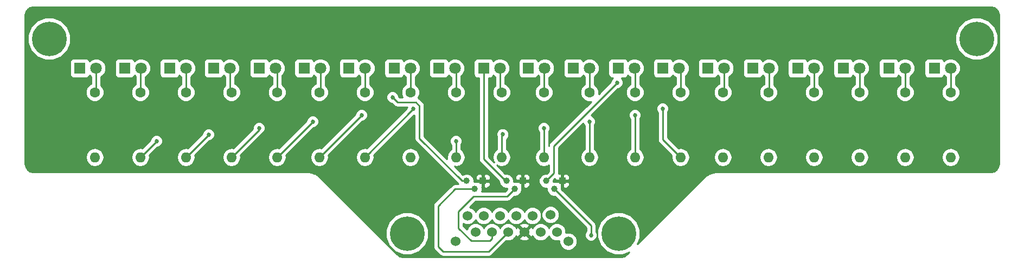
<source format=gbr>
G04 #@! TF.FileFunction,Copper,L1,Top,Signal*
%FSLAX46Y46*%
G04 Gerber Fmt 4.6, Leading zero omitted, Abs format (unit mm)*
G04 Created by KiCad (PCBNEW 4.0.6) date 05/17/17 18:18:31*
%MOMM*%
%LPD*%
G01*
G04 APERTURE LIST*
%ADD10C,0.100000*%
%ADD11R,1.800000X1.800000*%
%ADD12C,1.800000*%
%ADD13C,5.400000*%
%ADD14C,1.524000*%
%ADD15C,1.000000*%
%ADD16R,1.000000X1.000000*%
%ADD17C,1.600000*%
%ADD18O,1.600000X1.600000*%
%ADD19C,0.685800*%
%ADD20C,0.254000*%
G04 APERTURE END LIST*
D10*
D11*
X167567490Y-87155999D03*
D12*
X170107490Y-87155999D03*
D11*
X118545622Y-87155999D03*
D12*
X121085622Y-87155999D03*
D13*
X167640000Y-113030000D03*
X134620000Y-113030000D03*
X78740000Y-82550000D03*
D11*
X104430498Y-87155999D03*
D12*
X106970498Y-87155999D03*
D11*
X139554994Y-87155999D03*
D12*
X142094994Y-87155999D03*
D14*
X157988000Y-112776000D03*
X157002404Y-110084480D03*
X155448000Y-112776000D03*
X154178000Y-110236000D03*
X152908000Y-112776000D03*
X151638000Y-110236000D03*
X150368000Y-112776000D03*
X149098000Y-110236000D03*
X147828000Y-112776000D03*
X146558000Y-110236000D03*
X145288000Y-112776000D03*
X144018000Y-110236000D03*
X142218000Y-114256000D03*
X159788000Y-114256000D03*
D11*
X125548746Y-87155999D03*
D12*
X128088746Y-87155999D03*
D11*
X83530002Y-87155999D03*
D12*
X86070002Y-87155999D03*
D11*
X90533126Y-87155999D03*
D12*
X93073126Y-87155999D03*
D11*
X97536250Y-87155999D03*
D12*
X100076250Y-87155999D03*
D11*
X111542498Y-87155999D03*
D12*
X114082498Y-87155999D03*
D11*
X132588000Y-87155999D03*
D12*
X135128000Y-87155999D03*
D11*
X146558118Y-87155999D03*
D12*
X149098118Y-87155999D03*
D11*
X160564366Y-87155999D03*
D12*
X163104366Y-87155999D03*
D11*
X174570614Y-87155999D03*
D12*
X177110614Y-87155999D03*
D11*
X181573738Y-87155999D03*
D12*
X184113738Y-87155999D03*
D11*
X188576862Y-87155999D03*
D12*
X191116862Y-87155999D03*
D11*
X195580000Y-87155999D03*
D12*
X198120000Y-87155999D03*
D15*
X145176143Y-106045000D03*
X143906143Y-104775000D03*
D16*
X146446143Y-104775000D03*
D15*
X151384000Y-106045000D03*
X150114000Y-104775000D03*
D16*
X152654000Y-104775000D03*
D15*
X157591857Y-106045000D03*
X156321857Y-104775000D03*
D16*
X158861857Y-104775000D03*
D11*
X202692000Y-87155999D03*
D12*
X205232000Y-87155999D03*
D11*
X209804000Y-87155999D03*
D12*
X212344000Y-87155999D03*
D11*
X216916000Y-87155999D03*
D12*
X219456000Y-87155999D03*
D11*
X153561242Y-87155999D03*
D12*
X156101242Y-87155999D03*
D17*
X85852000Y-90932000D03*
D18*
X85852000Y-101092000D03*
D17*
X92964000Y-90932000D03*
D18*
X92964000Y-101092000D03*
D17*
X100076000Y-90932000D03*
D18*
X100076000Y-101092000D03*
D17*
X107188000Y-90932000D03*
D18*
X107188000Y-101092000D03*
D17*
X114300000Y-90932000D03*
D18*
X114300000Y-101092000D03*
D17*
X120904000Y-90932000D03*
D18*
X120904000Y-101092000D03*
D17*
X128016000Y-90932000D03*
D18*
X128016000Y-101092000D03*
D17*
X135128000Y-90932000D03*
D18*
X135128000Y-101092000D03*
D17*
X142240000Y-90932000D03*
D18*
X142240000Y-101092000D03*
D17*
X149352000Y-90932000D03*
D18*
X149352000Y-101092000D03*
D17*
X155956000Y-90932000D03*
D18*
X155956000Y-101092000D03*
D17*
X163068000Y-90932000D03*
D18*
X163068000Y-101092000D03*
D17*
X170180000Y-90932000D03*
D18*
X170180000Y-101092000D03*
D17*
X177292000Y-90932000D03*
D18*
X177292000Y-101092000D03*
D17*
X183896000Y-90932000D03*
D18*
X183896000Y-101092000D03*
D17*
X191008000Y-90932000D03*
D18*
X191008000Y-101092000D03*
D17*
X198120000Y-90932000D03*
D18*
X198120000Y-101092000D03*
D17*
X205232000Y-90932000D03*
D18*
X205232000Y-101092000D03*
D17*
X212344000Y-90932000D03*
D18*
X212344000Y-101092000D03*
D17*
X219456000Y-90932000D03*
D18*
X219456000Y-101092000D03*
D13*
X223520000Y-82550000D03*
D19*
X132334000Y-91694000D03*
X167385992Y-89408000D03*
X163322000Y-113284000D03*
X95504000Y-98552000D03*
X142240000Y-98552000D03*
X149535487Y-97497910D03*
X103632000Y-97536000D03*
X111506000Y-96520000D03*
X155956000Y-96520000D03*
X135579513Y-93510090D03*
X174498000Y-93472000D03*
X119888000Y-95504000D03*
X163068000Y-95504000D03*
X170180000Y-94488000D03*
X127508000Y-94488000D03*
D20*
X132676899Y-92036899D02*
X132334000Y-91694000D01*
X135972719Y-92456000D02*
X133096000Y-92456000D01*
X143906143Y-104775000D02*
X143199037Y-104775000D01*
X136557415Y-93040696D02*
X135972719Y-92456000D01*
X136557415Y-98133378D02*
X136557415Y-93040696D01*
X143199037Y-104775000D02*
X136557415Y-98133378D01*
X133096000Y-92456000D02*
X132676899Y-92036899D01*
X86070002Y-87155999D02*
X86070002Y-90713998D01*
X86070002Y-90713998D02*
X85852000Y-90932000D01*
X86070002Y-87155999D02*
X86106000Y-87122000D01*
X86106000Y-87122000D02*
X85852000Y-87376000D01*
X92964000Y-90932000D02*
X92964000Y-87265125D01*
X92964000Y-87265125D02*
X93073126Y-87155999D01*
X92964000Y-87122000D02*
X93073126Y-87155999D01*
X100076000Y-90932000D02*
X100076000Y-87156249D01*
X100076000Y-87156249D02*
X100076250Y-87155999D01*
X100076250Y-87155999D02*
X100076000Y-87122000D01*
X106970498Y-87155999D02*
X106970498Y-90714498D01*
X106970498Y-90714498D02*
X107188000Y-90932000D01*
X106970498Y-87155999D02*
X106934000Y-87122000D01*
X106934000Y-87122000D02*
X107188000Y-87376000D01*
X114300000Y-90932000D02*
X114300000Y-87373501D01*
X114300000Y-87373501D02*
X114082498Y-87155999D01*
X121085622Y-87155999D02*
X121085622Y-90750378D01*
X121085622Y-90750378D02*
X120904000Y-90932000D01*
X128016000Y-90932000D02*
X128016000Y-87228745D01*
X128016000Y-87228745D02*
X128088746Y-87155999D01*
X150114000Y-104775000D02*
X150114000Y-104902000D01*
X150114000Y-104902000D02*
X146558118Y-101346118D01*
X146558118Y-101346118D02*
X146558118Y-92455882D01*
X146558118Y-92455882D02*
X146558118Y-87155999D01*
X146558000Y-87122000D02*
X146558118Y-87155999D01*
X135128000Y-87155999D02*
X135128000Y-90932000D01*
X142240000Y-90932000D02*
X142240000Y-87301005D01*
X142240000Y-87301005D02*
X142094994Y-87155999D01*
X149098118Y-87155999D02*
X149098118Y-90678118D01*
X149098118Y-90678118D02*
X149352000Y-90932000D01*
X155956000Y-90932000D02*
X155956000Y-87301241D01*
X155956000Y-87301241D02*
X156101242Y-87155999D01*
X163104366Y-87155999D02*
X163104366Y-90895634D01*
X163104366Y-90895634D02*
X163068000Y-90932000D01*
X170180000Y-90932000D02*
X170180000Y-87228509D01*
X170180000Y-87228509D02*
X170107490Y-87155999D01*
X177292000Y-90932000D02*
X177292000Y-87337385D01*
X177292000Y-87337385D02*
X177110614Y-87155999D01*
X167043093Y-89750899D02*
X167385992Y-89408000D01*
X157480000Y-99313992D02*
X167043093Y-89750899D01*
X156321857Y-104775000D02*
X157480000Y-103616857D01*
X157480000Y-103616857D02*
X157480000Y-99313992D01*
X181610000Y-87122000D02*
X181573738Y-87155999D01*
X184113738Y-87155999D02*
X184113738Y-90714262D01*
X184113738Y-90714262D02*
X183896000Y-90932000D01*
X191116862Y-87155999D02*
X191116862Y-90823138D01*
X191116862Y-90823138D02*
X191008000Y-90932000D01*
X198120000Y-90932000D02*
X198120000Y-87155999D01*
X163322000Y-111775143D02*
X160020000Y-108473143D01*
X160020000Y-108473143D02*
X157591857Y-106045000D01*
X163322000Y-113284000D02*
X163322000Y-111775143D01*
X147828000Y-112776000D02*
X147828000Y-113853630D01*
X147828000Y-113853630D02*
X147508629Y-114173001D01*
X144617439Y-114173001D02*
X142620999Y-112176561D01*
X142620999Y-112176561D02*
X142620999Y-109565439D01*
X150248999Y-107180001D02*
X150884001Y-106544999D01*
X150884001Y-106544999D02*
X151384000Y-106045000D01*
X145006437Y-107180001D02*
X150248999Y-107180001D01*
X147508629Y-114173001D02*
X144617439Y-114173001D01*
X142620999Y-109565439D02*
X145006437Y-107180001D01*
X92964000Y-101092000D02*
X95504000Y-98552000D01*
X142240000Y-101092000D02*
X142240000Y-98552000D01*
X139446000Y-108712000D02*
X142113000Y-106045000D01*
X139446000Y-115062000D02*
X139446000Y-108712000D01*
X140208000Y-115824000D02*
X139446000Y-115062000D01*
X147320000Y-115824000D02*
X140208000Y-115824000D01*
X150368000Y-112776000D02*
X147320000Y-115824000D01*
X142113000Y-106045000D02*
X145176143Y-106045000D01*
X149352000Y-97536000D02*
X149390090Y-97497910D01*
X149390090Y-97497910D02*
X149535487Y-97497910D01*
X149352000Y-101092000D02*
X149352000Y-97536000D01*
X100076000Y-101092000D02*
X103632000Y-97536000D01*
X111506000Y-96774000D02*
X111506000Y-96520000D01*
X107188000Y-101092000D02*
X111506000Y-96774000D01*
X155956000Y-101092000D02*
X155956000Y-96520000D01*
X135579513Y-93528487D02*
X135579513Y-93510090D01*
X128016000Y-101092000D02*
X135579513Y-93528487D01*
X174498000Y-93956933D02*
X174498000Y-93472000D01*
X174498000Y-98298000D02*
X174498000Y-93956933D01*
X177292000Y-101092000D02*
X174498000Y-98298000D01*
X114300000Y-101092000D02*
X119888000Y-95504000D01*
X163068000Y-101092000D02*
X163068000Y-95504000D01*
X170180000Y-101092000D02*
X170180000Y-94488000D01*
X120904000Y-101092000D02*
X127508000Y-94488000D01*
X205232000Y-87155999D02*
X205232000Y-90932000D01*
X212344000Y-90932000D02*
X212344000Y-87155999D01*
X219456000Y-87155999D02*
X219456000Y-88428791D01*
X219456000Y-88428791D02*
X219456000Y-90932000D01*
G36*
X226257984Y-77648815D02*
X226641157Y-77904844D01*
X226897185Y-78288015D01*
X227001000Y-78809931D01*
X227001000Y-102165069D01*
X226897185Y-102686985D01*
X226641157Y-103070156D01*
X226257984Y-103326185D01*
X225736069Y-103430000D01*
X182905400Y-103430000D01*
X182830854Y-103444828D01*
X182038328Y-103589747D01*
X181917008Y-103640000D01*
X181782388Y-103695761D01*
X181164745Y-104108456D01*
X181115297Y-104157904D01*
X181057154Y-104196754D01*
X170560291Y-114693617D01*
X170974420Y-113696283D01*
X170975578Y-112369538D01*
X170468924Y-111143342D01*
X169531593Y-110204373D01*
X168306283Y-109695580D01*
X166979538Y-109694422D01*
X165753342Y-110201076D01*
X164814373Y-111138407D01*
X164305580Y-112363717D01*
X164304422Y-113690462D01*
X164811076Y-114916658D01*
X165748407Y-115855627D01*
X166973717Y-116364420D01*
X168300462Y-116365578D01*
X169302268Y-115951640D01*
X168965400Y-116288508D01*
X168523330Y-116583889D01*
X168001865Y-116687615D01*
X134004965Y-116687961D01*
X133483053Y-116584147D01*
X133040599Y-116288507D01*
X130442554Y-113690462D01*
X131284422Y-113690462D01*
X131791076Y-114916658D01*
X132728407Y-115855627D01*
X133953717Y-116364420D01*
X135280462Y-116365578D01*
X136506658Y-115858924D01*
X137445627Y-114921593D01*
X137954420Y-113696283D01*
X137955578Y-112369538D01*
X137448924Y-111143342D01*
X136511593Y-110204373D01*
X135286283Y-109695580D01*
X133959538Y-109694422D01*
X132733342Y-110201076D01*
X131794373Y-111138407D01*
X131285580Y-112363717D01*
X131284422Y-113690462D01*
X130442554Y-113690462D01*
X120948846Y-104196754D01*
X120895751Y-104161277D01*
X120842093Y-104107619D01*
X120224068Y-103694666D01*
X120074140Y-103632564D01*
X119968126Y-103588651D01*
X119239114Y-103443642D01*
X119169184Y-103443642D01*
X119100600Y-103430000D01*
X76269931Y-103430000D01*
X75748015Y-103326185D01*
X75364844Y-103070157D01*
X75108815Y-102686984D01*
X75005000Y-102165069D01*
X75005000Y-101063887D01*
X84417000Y-101063887D01*
X84417000Y-101120113D01*
X84526233Y-101669264D01*
X84837302Y-102134811D01*
X85302849Y-102445880D01*
X85852000Y-102555113D01*
X86401151Y-102445880D01*
X86866698Y-102134811D01*
X87177767Y-101669264D01*
X87287000Y-101120113D01*
X87287000Y-101063887D01*
X91529000Y-101063887D01*
X91529000Y-101120113D01*
X91638233Y-101669264D01*
X91949302Y-102134811D01*
X92414849Y-102445880D01*
X92964000Y-102555113D01*
X93513151Y-102445880D01*
X93978698Y-102134811D01*
X94289767Y-101669264D01*
X94399000Y-101120113D01*
X94399000Y-101063887D01*
X98641000Y-101063887D01*
X98641000Y-101120113D01*
X98750233Y-101669264D01*
X99061302Y-102134811D01*
X99526849Y-102445880D01*
X100076000Y-102555113D01*
X100625151Y-102445880D01*
X101090698Y-102134811D01*
X101401767Y-101669264D01*
X101511000Y-101120113D01*
X101511000Y-101063887D01*
X105753000Y-101063887D01*
X105753000Y-101120113D01*
X105862233Y-101669264D01*
X106173302Y-102134811D01*
X106638849Y-102445880D01*
X107188000Y-102555113D01*
X107737151Y-102445880D01*
X108202698Y-102134811D01*
X108513767Y-101669264D01*
X108623000Y-101120113D01*
X108623000Y-101063887D01*
X112865000Y-101063887D01*
X112865000Y-101120113D01*
X112974233Y-101669264D01*
X113285302Y-102134811D01*
X113750849Y-102445880D01*
X114300000Y-102555113D01*
X114849151Y-102445880D01*
X115314698Y-102134811D01*
X115625767Y-101669264D01*
X115735000Y-101120113D01*
X115735000Y-101063887D01*
X119469000Y-101063887D01*
X119469000Y-101120113D01*
X119578233Y-101669264D01*
X119889302Y-102134811D01*
X120354849Y-102445880D01*
X120904000Y-102555113D01*
X121453151Y-102445880D01*
X121918698Y-102134811D01*
X122229767Y-101669264D01*
X122339000Y-101120113D01*
X122339000Y-101063887D01*
X126581000Y-101063887D01*
X126581000Y-101120113D01*
X126690233Y-101669264D01*
X127001302Y-102134811D01*
X127466849Y-102445880D01*
X128016000Y-102555113D01*
X128565151Y-102445880D01*
X129030698Y-102134811D01*
X129341767Y-101669264D01*
X129451000Y-101120113D01*
X129451000Y-101063887D01*
X133693000Y-101063887D01*
X133693000Y-101120113D01*
X133802233Y-101669264D01*
X134113302Y-102134811D01*
X134578849Y-102445880D01*
X135128000Y-102555113D01*
X135677151Y-102445880D01*
X136142698Y-102134811D01*
X136453767Y-101669264D01*
X136563000Y-101120113D01*
X136563000Y-101063887D01*
X136453767Y-100514736D01*
X136142698Y-100049189D01*
X135677151Y-99738120D01*
X135128000Y-99628887D01*
X134578849Y-99738120D01*
X134113302Y-100049189D01*
X133802233Y-100514736D01*
X133693000Y-101063887D01*
X129451000Y-101063887D01*
X129396373Y-100789257D01*
X135697538Y-94488093D01*
X135773176Y-94488159D01*
X135795415Y-94478970D01*
X135795415Y-98133378D01*
X135853419Y-98424983D01*
X135963416Y-98589604D01*
X136018600Y-98672193D01*
X142629407Y-105283000D01*
X142113000Y-105283000D01*
X141821396Y-105341003D01*
X141574185Y-105506184D01*
X138907185Y-108173185D01*
X138742004Y-108420395D01*
X138684000Y-108712000D01*
X138684000Y-115062000D01*
X138742004Y-115353605D01*
X138861468Y-115532395D01*
X138907185Y-115600815D01*
X139669185Y-116362816D01*
X139792997Y-116445544D01*
X139916395Y-116527996D01*
X140208000Y-116586000D01*
X147320000Y-116586000D01*
X147611605Y-116527996D01*
X147858815Y-116362815D01*
X150060617Y-114161013D01*
X150088900Y-114172757D01*
X150644661Y-114173242D01*
X151158303Y-113961010D01*
X151363457Y-113756213D01*
X152107392Y-113756213D01*
X152176857Y-113998397D01*
X152700302Y-114185144D01*
X153255368Y-114157362D01*
X153639143Y-113998397D01*
X153708608Y-113756213D01*
X152908000Y-112955605D01*
X152107392Y-113756213D01*
X151363457Y-113756213D01*
X151551629Y-113568370D01*
X151631395Y-113376273D01*
X151685603Y-113507143D01*
X151927787Y-113576608D01*
X152728395Y-112776000D01*
X153087605Y-112776000D01*
X153888213Y-113576608D01*
X154130397Y-113507143D01*
X154180509Y-113366682D01*
X154262990Y-113566303D01*
X154655630Y-113959629D01*
X155168900Y-114172757D01*
X155724661Y-114173242D01*
X156238303Y-113961010D01*
X156631629Y-113568370D01*
X156717949Y-113360488D01*
X156802990Y-113566303D01*
X157195630Y-113959629D01*
X157708900Y-114172757D01*
X158264661Y-114173242D01*
X158391117Y-114120991D01*
X158390758Y-114532661D01*
X158602990Y-115046303D01*
X158995630Y-115439629D01*
X159508900Y-115652757D01*
X160064661Y-115653242D01*
X160578303Y-115441010D01*
X160971629Y-115048370D01*
X161184757Y-114535100D01*
X161185242Y-113979339D01*
X160973010Y-113465697D01*
X160580370Y-113072371D01*
X160067100Y-112859243D01*
X159511339Y-112858758D01*
X159384883Y-112911009D01*
X159385242Y-112499339D01*
X159173010Y-111985697D01*
X158780370Y-111592371D01*
X158267100Y-111379243D01*
X157711339Y-111378758D01*
X157197697Y-111590990D01*
X156804371Y-111983630D01*
X156718051Y-112191512D01*
X156633010Y-111985697D01*
X156240370Y-111592371D01*
X155727100Y-111379243D01*
X155171339Y-111378758D01*
X154657697Y-111590990D01*
X154264371Y-111983630D01*
X154184605Y-112175727D01*
X154130397Y-112044857D01*
X153888213Y-111975392D01*
X153087605Y-112776000D01*
X152728395Y-112776000D01*
X151927787Y-111975392D01*
X151685603Y-112044857D01*
X151635491Y-112185318D01*
X151553010Y-111985697D01*
X151363432Y-111795787D01*
X152107392Y-111795787D01*
X152908000Y-112596395D01*
X153708608Y-111795787D01*
X153639143Y-111553603D01*
X153115698Y-111366856D01*
X152560632Y-111394638D01*
X152176857Y-111553603D01*
X152107392Y-111795787D01*
X151363432Y-111795787D01*
X151160370Y-111592371D01*
X150647100Y-111379243D01*
X150091339Y-111378758D01*
X149577697Y-111590990D01*
X149184371Y-111983630D01*
X149098051Y-112191512D01*
X149013010Y-111985697D01*
X148620370Y-111592371D01*
X148107100Y-111379243D01*
X147551339Y-111378758D01*
X147037697Y-111590990D01*
X146644371Y-111983630D01*
X146558051Y-112191512D01*
X146473010Y-111985697D01*
X146080370Y-111592371D01*
X145567100Y-111379243D01*
X145011339Y-111378758D01*
X144497697Y-111590990D01*
X144104371Y-111983630D01*
X143928718Y-112406650D01*
X143382999Y-111860931D01*
X143382999Y-111484974D01*
X143738900Y-111632757D01*
X144294661Y-111633242D01*
X144808303Y-111421010D01*
X145201629Y-111028370D01*
X145287949Y-110820488D01*
X145372990Y-111026303D01*
X145765630Y-111419629D01*
X146278900Y-111632757D01*
X146834661Y-111633242D01*
X147348303Y-111421010D01*
X147741629Y-111028370D01*
X147827949Y-110820488D01*
X147912990Y-111026303D01*
X148305630Y-111419629D01*
X148818900Y-111632757D01*
X149374661Y-111633242D01*
X149888303Y-111421010D01*
X150281629Y-111028370D01*
X150367949Y-110820488D01*
X150452990Y-111026303D01*
X150845630Y-111419629D01*
X151358900Y-111632757D01*
X151914661Y-111633242D01*
X152428303Y-111421010D01*
X152821629Y-111028370D01*
X152907949Y-110820488D01*
X152992990Y-111026303D01*
X153385630Y-111419629D01*
X153898900Y-111632757D01*
X154454661Y-111633242D01*
X154968303Y-111421010D01*
X155361629Y-111028370D01*
X155574757Y-110515100D01*
X155574891Y-110361141D01*
X155605162Y-110361141D01*
X155817394Y-110874783D01*
X156210034Y-111268109D01*
X156723304Y-111481237D01*
X157279065Y-111481722D01*
X157792707Y-111269490D01*
X158186033Y-110876850D01*
X158399161Y-110363580D01*
X158399646Y-109807819D01*
X158187414Y-109294177D01*
X157794774Y-108900851D01*
X157281504Y-108687723D01*
X156725743Y-108687238D01*
X156212101Y-108899470D01*
X155818775Y-109292110D01*
X155605647Y-109805380D01*
X155605162Y-110361141D01*
X155574891Y-110361141D01*
X155575242Y-109959339D01*
X155363010Y-109445697D01*
X154970370Y-109052371D01*
X154457100Y-108839243D01*
X153901339Y-108838758D01*
X153387697Y-109050990D01*
X152994371Y-109443630D01*
X152908051Y-109651512D01*
X152823010Y-109445697D01*
X152430370Y-109052371D01*
X151917100Y-108839243D01*
X151361339Y-108838758D01*
X150847697Y-109050990D01*
X150454371Y-109443630D01*
X150368051Y-109651512D01*
X150283010Y-109445697D01*
X149890370Y-109052371D01*
X149377100Y-108839243D01*
X148821339Y-108838758D01*
X148307697Y-109050990D01*
X147914371Y-109443630D01*
X147828051Y-109651512D01*
X147743010Y-109445697D01*
X147350370Y-109052371D01*
X146837100Y-108839243D01*
X146281339Y-108838758D01*
X145767697Y-109050990D01*
X145374371Y-109443630D01*
X145288051Y-109651512D01*
X145203010Y-109445697D01*
X144810370Y-109052371D01*
X144387350Y-108876718D01*
X145322068Y-107942001D01*
X150248999Y-107942001D01*
X150540604Y-107883997D01*
X150787814Y-107718816D01*
X151326680Y-107179951D01*
X151608775Y-107180197D01*
X152026086Y-107007767D01*
X152345645Y-106688765D01*
X152518803Y-106271756D01*
X152519197Y-105820225D01*
X152501311Y-105776939D01*
X152527000Y-105751250D01*
X152527000Y-104902000D01*
X152781000Y-104902000D01*
X152781000Y-105751250D01*
X152939750Y-105910000D01*
X153280310Y-105910000D01*
X153513699Y-105813327D01*
X153692327Y-105634698D01*
X153789000Y-105401309D01*
X153789000Y-105060750D01*
X153630250Y-104902000D01*
X152781000Y-104902000D01*
X152527000Y-104902000D01*
X151677750Y-104902000D01*
X151652302Y-104927448D01*
X151610756Y-104910197D01*
X151248883Y-104909881D01*
X151249197Y-104550225D01*
X151083286Y-104148691D01*
X151519000Y-104148691D01*
X151519000Y-104489250D01*
X151677750Y-104648000D01*
X152527000Y-104648000D01*
X152527000Y-103798750D01*
X152781000Y-103798750D01*
X152781000Y-104648000D01*
X153630250Y-104648000D01*
X153789000Y-104489250D01*
X153789000Y-104148691D01*
X153692327Y-103915302D01*
X153513699Y-103736673D01*
X153280310Y-103640000D01*
X152939750Y-103640000D01*
X152781000Y-103798750D01*
X152527000Y-103798750D01*
X152368250Y-103640000D01*
X152027690Y-103640000D01*
X151794301Y-103736673D01*
X151615673Y-103915302D01*
X151519000Y-104148691D01*
X151083286Y-104148691D01*
X151076767Y-104132914D01*
X150757765Y-103813355D01*
X150340756Y-103640197D01*
X149929469Y-103639838D01*
X148599912Y-102310282D01*
X148802849Y-102445880D01*
X149352000Y-102555113D01*
X149901151Y-102445880D01*
X150366698Y-102134811D01*
X150677767Y-101669264D01*
X150787000Y-101120113D01*
X150787000Y-101063887D01*
X154521000Y-101063887D01*
X154521000Y-101120113D01*
X154630233Y-101669264D01*
X154941302Y-102134811D01*
X155406849Y-102445880D01*
X155956000Y-102555113D01*
X156505151Y-102445880D01*
X156718000Y-102303659D01*
X156718000Y-103301226D01*
X156379177Y-103640049D01*
X156097082Y-103639803D01*
X155679771Y-103812233D01*
X155360212Y-104131235D01*
X155187054Y-104548244D01*
X155186660Y-104999775D01*
X155359090Y-105417086D01*
X155678092Y-105736645D01*
X156095101Y-105909803D01*
X156456974Y-105910119D01*
X156456660Y-106269775D01*
X156629090Y-106687086D01*
X156948092Y-107006645D01*
X157365101Y-107179803D01*
X157649278Y-107180051D01*
X159481185Y-109011959D01*
X159481188Y-109011961D01*
X162560000Y-112090773D01*
X162560000Y-112662917D01*
X162493460Y-112729341D01*
X162344270Y-113088630D01*
X162343931Y-113477663D01*
X162492493Y-113837212D01*
X162767341Y-114112540D01*
X163126630Y-114261730D01*
X163515663Y-114262069D01*
X163875212Y-114113507D01*
X164150540Y-113838659D01*
X164299730Y-113479370D01*
X164300069Y-113090337D01*
X164151507Y-112730788D01*
X164084000Y-112663163D01*
X164084000Y-111775143D01*
X164025996Y-111483538D01*
X163860815Y-111236328D01*
X160558818Y-107934331D01*
X160558816Y-107934328D01*
X158726808Y-106102321D01*
X158727054Y-105820225D01*
X158709168Y-105776939D01*
X158734857Y-105751250D01*
X158734857Y-104902000D01*
X158988857Y-104902000D01*
X158988857Y-105751250D01*
X159147607Y-105910000D01*
X159488167Y-105910000D01*
X159721556Y-105813327D01*
X159900184Y-105634698D01*
X159996857Y-105401309D01*
X159996857Y-105060750D01*
X159838107Y-104902000D01*
X158988857Y-104902000D01*
X158734857Y-104902000D01*
X157885607Y-104902000D01*
X157860159Y-104927448D01*
X157818613Y-104910197D01*
X157456740Y-104909881D01*
X157456908Y-104717580D01*
X157726857Y-104447631D01*
X157726857Y-104489250D01*
X157885607Y-104648000D01*
X158734857Y-104648000D01*
X158734857Y-103798750D01*
X158988857Y-103798750D01*
X158988857Y-104648000D01*
X159838107Y-104648000D01*
X159996857Y-104489250D01*
X159996857Y-104148691D01*
X159900184Y-103915302D01*
X159721556Y-103736673D01*
X159488167Y-103640000D01*
X159147607Y-103640000D01*
X158988857Y-103798750D01*
X158734857Y-103798750D01*
X158576107Y-103640000D01*
X158237397Y-103640000D01*
X158242000Y-103616857D01*
X158242000Y-99629622D01*
X162114499Y-95757123D01*
X162238493Y-96057212D01*
X162306000Y-96124837D01*
X162306000Y-99880341D01*
X162053302Y-100049189D01*
X161742233Y-100514736D01*
X161633000Y-101063887D01*
X161633000Y-101120113D01*
X161742233Y-101669264D01*
X162053302Y-102134811D01*
X162518849Y-102445880D01*
X163068000Y-102555113D01*
X163617151Y-102445880D01*
X164082698Y-102134811D01*
X164393767Y-101669264D01*
X164503000Y-101120113D01*
X164503000Y-101063887D01*
X168745000Y-101063887D01*
X168745000Y-101120113D01*
X168854233Y-101669264D01*
X169165302Y-102134811D01*
X169630849Y-102445880D01*
X170180000Y-102555113D01*
X170729151Y-102445880D01*
X171194698Y-102134811D01*
X171505767Y-101669264D01*
X171615000Y-101120113D01*
X171615000Y-101063887D01*
X171505767Y-100514736D01*
X171194698Y-100049189D01*
X170942000Y-99880341D01*
X170942000Y-95109083D01*
X171008540Y-95042659D01*
X171157730Y-94683370D01*
X171158069Y-94294337D01*
X171009507Y-93934788D01*
X170740852Y-93665663D01*
X173519931Y-93665663D01*
X173668493Y-94025212D01*
X173736000Y-94092837D01*
X173736000Y-98298000D01*
X173794004Y-98589605D01*
X173807629Y-98609996D01*
X173959185Y-98836815D01*
X175911627Y-100789258D01*
X175857000Y-101063887D01*
X175857000Y-101120113D01*
X175966233Y-101669264D01*
X176277302Y-102134811D01*
X176742849Y-102445880D01*
X177292000Y-102555113D01*
X177841151Y-102445880D01*
X178306698Y-102134811D01*
X178617767Y-101669264D01*
X178727000Y-101120113D01*
X178727000Y-101063887D01*
X182461000Y-101063887D01*
X182461000Y-101120113D01*
X182570233Y-101669264D01*
X182881302Y-102134811D01*
X183346849Y-102445880D01*
X183896000Y-102555113D01*
X184445151Y-102445880D01*
X184910698Y-102134811D01*
X185221767Y-101669264D01*
X185331000Y-101120113D01*
X185331000Y-101063887D01*
X189573000Y-101063887D01*
X189573000Y-101120113D01*
X189682233Y-101669264D01*
X189993302Y-102134811D01*
X190458849Y-102445880D01*
X191008000Y-102555113D01*
X191557151Y-102445880D01*
X192022698Y-102134811D01*
X192333767Y-101669264D01*
X192443000Y-101120113D01*
X192443000Y-101063887D01*
X196685000Y-101063887D01*
X196685000Y-101120113D01*
X196794233Y-101669264D01*
X197105302Y-102134811D01*
X197570849Y-102445880D01*
X198120000Y-102555113D01*
X198669151Y-102445880D01*
X199134698Y-102134811D01*
X199445767Y-101669264D01*
X199555000Y-101120113D01*
X199555000Y-101063887D01*
X203797000Y-101063887D01*
X203797000Y-101120113D01*
X203906233Y-101669264D01*
X204217302Y-102134811D01*
X204682849Y-102445880D01*
X205232000Y-102555113D01*
X205781151Y-102445880D01*
X206246698Y-102134811D01*
X206557767Y-101669264D01*
X206667000Y-101120113D01*
X206667000Y-101063887D01*
X210909000Y-101063887D01*
X210909000Y-101120113D01*
X211018233Y-101669264D01*
X211329302Y-102134811D01*
X211794849Y-102445880D01*
X212344000Y-102555113D01*
X212893151Y-102445880D01*
X213358698Y-102134811D01*
X213669767Y-101669264D01*
X213779000Y-101120113D01*
X213779000Y-101063887D01*
X218021000Y-101063887D01*
X218021000Y-101120113D01*
X218130233Y-101669264D01*
X218441302Y-102134811D01*
X218906849Y-102445880D01*
X219456000Y-102555113D01*
X220005151Y-102445880D01*
X220470698Y-102134811D01*
X220781767Y-101669264D01*
X220891000Y-101120113D01*
X220891000Y-101063887D01*
X220781767Y-100514736D01*
X220470698Y-100049189D01*
X220005151Y-99738120D01*
X219456000Y-99628887D01*
X218906849Y-99738120D01*
X218441302Y-100049189D01*
X218130233Y-100514736D01*
X218021000Y-101063887D01*
X213779000Y-101063887D01*
X213669767Y-100514736D01*
X213358698Y-100049189D01*
X212893151Y-99738120D01*
X212344000Y-99628887D01*
X211794849Y-99738120D01*
X211329302Y-100049189D01*
X211018233Y-100514736D01*
X210909000Y-101063887D01*
X206667000Y-101063887D01*
X206557767Y-100514736D01*
X206246698Y-100049189D01*
X205781151Y-99738120D01*
X205232000Y-99628887D01*
X204682849Y-99738120D01*
X204217302Y-100049189D01*
X203906233Y-100514736D01*
X203797000Y-101063887D01*
X199555000Y-101063887D01*
X199445767Y-100514736D01*
X199134698Y-100049189D01*
X198669151Y-99738120D01*
X198120000Y-99628887D01*
X197570849Y-99738120D01*
X197105302Y-100049189D01*
X196794233Y-100514736D01*
X196685000Y-101063887D01*
X192443000Y-101063887D01*
X192333767Y-100514736D01*
X192022698Y-100049189D01*
X191557151Y-99738120D01*
X191008000Y-99628887D01*
X190458849Y-99738120D01*
X189993302Y-100049189D01*
X189682233Y-100514736D01*
X189573000Y-101063887D01*
X185331000Y-101063887D01*
X185221767Y-100514736D01*
X184910698Y-100049189D01*
X184445151Y-99738120D01*
X183896000Y-99628887D01*
X183346849Y-99738120D01*
X182881302Y-100049189D01*
X182570233Y-100514736D01*
X182461000Y-101063887D01*
X178727000Y-101063887D01*
X178617767Y-100514736D01*
X178306698Y-100049189D01*
X177841151Y-99738120D01*
X177292000Y-99628887D01*
X176970473Y-99692843D01*
X175260000Y-97982370D01*
X175260000Y-94093083D01*
X175326540Y-94026659D01*
X175475730Y-93667370D01*
X175476069Y-93278337D01*
X175327507Y-92918788D01*
X175052659Y-92643460D01*
X174693370Y-92494270D01*
X174304337Y-92493931D01*
X173944788Y-92642493D01*
X173669460Y-92917341D01*
X173520270Y-93276630D01*
X173519931Y-93665663D01*
X170740852Y-93665663D01*
X170734659Y-93659460D01*
X170375370Y-93510270D01*
X169986337Y-93509931D01*
X169626788Y-93658493D01*
X169351460Y-93933341D01*
X169202270Y-94292630D01*
X169201931Y-94681663D01*
X169350493Y-95041212D01*
X169418000Y-95108837D01*
X169418000Y-99880341D01*
X169165302Y-100049189D01*
X168854233Y-100514736D01*
X168745000Y-101063887D01*
X164503000Y-101063887D01*
X164393767Y-100514736D01*
X164082698Y-100049189D01*
X163830000Y-99880341D01*
X163830000Y-96125083D01*
X163896540Y-96058659D01*
X164045730Y-95699370D01*
X164046069Y-95310337D01*
X163897507Y-94950788D01*
X163622659Y-94675460D01*
X163321298Y-94550324D01*
X167485635Y-90385987D01*
X167579655Y-90386069D01*
X167939204Y-90237507D01*
X168214532Y-89962659D01*
X168363722Y-89603370D01*
X168364061Y-89214337D01*
X168215499Y-88854788D01*
X168064414Y-88703439D01*
X168467490Y-88703439D01*
X168702807Y-88659161D01*
X168918931Y-88520089D01*
X169063921Y-88307889D01*
X169068057Y-88287465D01*
X169236847Y-88456550D01*
X169418000Y-88531771D01*
X169418000Y-89694180D01*
X169368200Y-89714757D01*
X168964176Y-90118077D01*
X168745250Y-90645309D01*
X168744752Y-91216187D01*
X168962757Y-91743800D01*
X169366077Y-92147824D01*
X169893309Y-92366750D01*
X170464187Y-92367248D01*
X170991800Y-92149243D01*
X171395824Y-91745923D01*
X171614750Y-91218691D01*
X171615248Y-90647813D01*
X171397243Y-90120200D01*
X170993923Y-89716176D01*
X170942000Y-89694616D01*
X170942000Y-88472058D01*
X170975861Y-88458067D01*
X171408041Y-88026642D01*
X171642223Y-87462669D01*
X171642755Y-86852008D01*
X171409558Y-86287628D01*
X171377985Y-86255999D01*
X173023174Y-86255999D01*
X173023174Y-88055999D01*
X173067452Y-88291316D01*
X173206524Y-88507440D01*
X173418724Y-88652430D01*
X173670614Y-88703439D01*
X175470614Y-88703439D01*
X175705931Y-88659161D01*
X175922055Y-88520089D01*
X176067045Y-88307889D01*
X176071181Y-88287465D01*
X176239971Y-88456550D01*
X176530000Y-88576981D01*
X176530000Y-89694180D01*
X176480200Y-89714757D01*
X176076176Y-90118077D01*
X175857250Y-90645309D01*
X175856752Y-91216187D01*
X176074757Y-91743800D01*
X176478077Y-92147824D01*
X177005309Y-92366750D01*
X177576187Y-92367248D01*
X178103800Y-92149243D01*
X178507824Y-91745923D01*
X178726750Y-91218691D01*
X178727248Y-90647813D01*
X178509243Y-90120200D01*
X178105923Y-89716176D01*
X178054000Y-89694616D01*
X178054000Y-88383183D01*
X178411165Y-88026642D01*
X178645347Y-87462669D01*
X178645879Y-86852008D01*
X178412682Y-86287628D01*
X178381109Y-86255999D01*
X180026298Y-86255999D01*
X180026298Y-88055999D01*
X180070576Y-88291316D01*
X180209648Y-88507440D01*
X180421848Y-88652430D01*
X180673738Y-88703439D01*
X182473738Y-88703439D01*
X182709055Y-88659161D01*
X182925179Y-88520089D01*
X183070169Y-88307889D01*
X183074305Y-88287465D01*
X183243095Y-88456550D01*
X183351738Y-88501663D01*
X183351738Y-89604213D01*
X183084200Y-89714757D01*
X182680176Y-90118077D01*
X182461250Y-90645309D01*
X182460752Y-91216187D01*
X182678757Y-91743800D01*
X183082077Y-92147824D01*
X183609309Y-92366750D01*
X184180187Y-92367248D01*
X184707800Y-92149243D01*
X185111824Y-91745923D01*
X185330750Y-91218691D01*
X185331248Y-90647813D01*
X185113243Y-90120200D01*
X184875738Y-89882280D01*
X184875738Y-88502019D01*
X184982109Y-88458067D01*
X185414289Y-88026642D01*
X185648471Y-87462669D01*
X185649003Y-86852008D01*
X185415806Y-86287628D01*
X185384233Y-86255999D01*
X187029422Y-86255999D01*
X187029422Y-88055999D01*
X187073700Y-88291316D01*
X187212772Y-88507440D01*
X187424972Y-88652430D01*
X187676862Y-88703439D01*
X189476862Y-88703439D01*
X189712179Y-88659161D01*
X189928303Y-88520089D01*
X190073293Y-88307889D01*
X190077429Y-88287465D01*
X190246219Y-88456550D01*
X190354862Y-88501663D01*
X190354862Y-89649199D01*
X190196200Y-89714757D01*
X189792176Y-90118077D01*
X189573250Y-90645309D01*
X189572752Y-91216187D01*
X189790757Y-91743800D01*
X190194077Y-92147824D01*
X190721309Y-92366750D01*
X191292187Y-92367248D01*
X191819800Y-92149243D01*
X192223824Y-91745923D01*
X192442750Y-91218691D01*
X192443248Y-90647813D01*
X192225243Y-90120200D01*
X191878862Y-89773214D01*
X191878862Y-88502019D01*
X191985233Y-88458067D01*
X192417413Y-88026642D01*
X192651595Y-87462669D01*
X192652127Y-86852008D01*
X192418930Y-86287628D01*
X192387357Y-86255999D01*
X194032560Y-86255999D01*
X194032560Y-88055999D01*
X194076838Y-88291316D01*
X194215910Y-88507440D01*
X194428110Y-88652430D01*
X194680000Y-88703439D01*
X196480000Y-88703439D01*
X196715317Y-88659161D01*
X196931441Y-88520089D01*
X197076431Y-88307889D01*
X197080567Y-88287465D01*
X197249357Y-88456550D01*
X197358000Y-88501663D01*
X197358000Y-89694180D01*
X197308200Y-89714757D01*
X196904176Y-90118077D01*
X196685250Y-90645309D01*
X196684752Y-91216187D01*
X196902757Y-91743800D01*
X197306077Y-92147824D01*
X197833309Y-92366750D01*
X198404187Y-92367248D01*
X198931800Y-92149243D01*
X199335824Y-91745923D01*
X199554750Y-91218691D01*
X199555248Y-90647813D01*
X199337243Y-90120200D01*
X198933923Y-89716176D01*
X198882000Y-89694616D01*
X198882000Y-88502019D01*
X198988371Y-88458067D01*
X199420551Y-88026642D01*
X199654733Y-87462669D01*
X199655265Y-86852008D01*
X199422068Y-86287628D01*
X199390495Y-86255999D01*
X201144560Y-86255999D01*
X201144560Y-88055999D01*
X201188838Y-88291316D01*
X201327910Y-88507440D01*
X201540110Y-88652430D01*
X201792000Y-88703439D01*
X203592000Y-88703439D01*
X203827317Y-88659161D01*
X204043441Y-88520089D01*
X204188431Y-88307889D01*
X204192567Y-88287465D01*
X204361357Y-88456550D01*
X204470000Y-88501663D01*
X204470000Y-89694180D01*
X204420200Y-89714757D01*
X204016176Y-90118077D01*
X203797250Y-90645309D01*
X203796752Y-91216187D01*
X204014757Y-91743800D01*
X204418077Y-92147824D01*
X204945309Y-92366750D01*
X205516187Y-92367248D01*
X206043800Y-92149243D01*
X206447824Y-91745923D01*
X206666750Y-91218691D01*
X206667248Y-90647813D01*
X206449243Y-90120200D01*
X206045923Y-89716176D01*
X205994000Y-89694616D01*
X205994000Y-88502019D01*
X206100371Y-88458067D01*
X206532551Y-88026642D01*
X206766733Y-87462669D01*
X206767265Y-86852008D01*
X206534068Y-86287628D01*
X206502495Y-86255999D01*
X208256560Y-86255999D01*
X208256560Y-88055999D01*
X208300838Y-88291316D01*
X208439910Y-88507440D01*
X208652110Y-88652430D01*
X208904000Y-88703439D01*
X210704000Y-88703439D01*
X210939317Y-88659161D01*
X211155441Y-88520089D01*
X211300431Y-88307889D01*
X211304567Y-88287465D01*
X211473357Y-88456550D01*
X211582000Y-88501663D01*
X211582000Y-89694180D01*
X211532200Y-89714757D01*
X211128176Y-90118077D01*
X210909250Y-90645309D01*
X210908752Y-91216187D01*
X211126757Y-91743800D01*
X211530077Y-92147824D01*
X212057309Y-92366750D01*
X212628187Y-92367248D01*
X213155800Y-92149243D01*
X213559824Y-91745923D01*
X213778750Y-91218691D01*
X213779248Y-90647813D01*
X213561243Y-90120200D01*
X213157923Y-89716176D01*
X213106000Y-89694616D01*
X213106000Y-88502019D01*
X213212371Y-88458067D01*
X213644551Y-88026642D01*
X213878733Y-87462669D01*
X213879265Y-86852008D01*
X213646068Y-86287628D01*
X213614495Y-86255999D01*
X215368560Y-86255999D01*
X215368560Y-88055999D01*
X215412838Y-88291316D01*
X215551910Y-88507440D01*
X215764110Y-88652430D01*
X216016000Y-88703439D01*
X217816000Y-88703439D01*
X218051317Y-88659161D01*
X218267441Y-88520089D01*
X218412431Y-88307889D01*
X218416567Y-88287465D01*
X218585357Y-88456550D01*
X218694000Y-88501663D01*
X218694000Y-89694180D01*
X218644200Y-89714757D01*
X218240176Y-90118077D01*
X218021250Y-90645309D01*
X218020752Y-91216187D01*
X218238757Y-91743800D01*
X218642077Y-92147824D01*
X219169309Y-92366750D01*
X219740187Y-92367248D01*
X220267800Y-92149243D01*
X220671824Y-91745923D01*
X220890750Y-91218691D01*
X220891248Y-90647813D01*
X220673243Y-90120200D01*
X220269923Y-89716176D01*
X220218000Y-89694616D01*
X220218000Y-88502019D01*
X220324371Y-88458067D01*
X220756551Y-88026642D01*
X220990733Y-87462669D01*
X220991265Y-86852008D01*
X220758068Y-86287628D01*
X220326643Y-85855448D01*
X219762670Y-85621266D01*
X219152009Y-85620734D01*
X218587629Y-85853931D01*
X218419387Y-86021879D01*
X218419162Y-86020682D01*
X218280090Y-85804558D01*
X218067890Y-85659568D01*
X217816000Y-85608559D01*
X216016000Y-85608559D01*
X215780683Y-85652837D01*
X215564559Y-85791909D01*
X215419569Y-86004109D01*
X215368560Y-86255999D01*
X213614495Y-86255999D01*
X213214643Y-85855448D01*
X212650670Y-85621266D01*
X212040009Y-85620734D01*
X211475629Y-85853931D01*
X211307387Y-86021879D01*
X211307162Y-86020682D01*
X211168090Y-85804558D01*
X210955890Y-85659568D01*
X210704000Y-85608559D01*
X208904000Y-85608559D01*
X208668683Y-85652837D01*
X208452559Y-85791909D01*
X208307569Y-86004109D01*
X208256560Y-86255999D01*
X206502495Y-86255999D01*
X206102643Y-85855448D01*
X205538670Y-85621266D01*
X204928009Y-85620734D01*
X204363629Y-85853931D01*
X204195387Y-86021879D01*
X204195162Y-86020682D01*
X204056090Y-85804558D01*
X203843890Y-85659568D01*
X203592000Y-85608559D01*
X201792000Y-85608559D01*
X201556683Y-85652837D01*
X201340559Y-85791909D01*
X201195569Y-86004109D01*
X201144560Y-86255999D01*
X199390495Y-86255999D01*
X198990643Y-85855448D01*
X198426670Y-85621266D01*
X197816009Y-85620734D01*
X197251629Y-85853931D01*
X197083387Y-86021879D01*
X197083162Y-86020682D01*
X196944090Y-85804558D01*
X196731890Y-85659568D01*
X196480000Y-85608559D01*
X194680000Y-85608559D01*
X194444683Y-85652837D01*
X194228559Y-85791909D01*
X194083569Y-86004109D01*
X194032560Y-86255999D01*
X192387357Y-86255999D01*
X191987505Y-85855448D01*
X191423532Y-85621266D01*
X190812871Y-85620734D01*
X190248491Y-85853931D01*
X190080249Y-86021879D01*
X190080024Y-86020682D01*
X189940952Y-85804558D01*
X189728752Y-85659568D01*
X189476862Y-85608559D01*
X187676862Y-85608559D01*
X187441545Y-85652837D01*
X187225421Y-85791909D01*
X187080431Y-86004109D01*
X187029422Y-86255999D01*
X185384233Y-86255999D01*
X184984381Y-85855448D01*
X184420408Y-85621266D01*
X183809747Y-85620734D01*
X183245367Y-85853931D01*
X183077125Y-86021879D01*
X183076900Y-86020682D01*
X182937828Y-85804558D01*
X182725628Y-85659568D01*
X182473738Y-85608559D01*
X180673738Y-85608559D01*
X180438421Y-85652837D01*
X180222297Y-85791909D01*
X180077307Y-86004109D01*
X180026298Y-86255999D01*
X178381109Y-86255999D01*
X177981257Y-85855448D01*
X177417284Y-85621266D01*
X176806623Y-85620734D01*
X176242243Y-85853931D01*
X176074001Y-86021879D01*
X176073776Y-86020682D01*
X175934704Y-85804558D01*
X175722504Y-85659568D01*
X175470614Y-85608559D01*
X173670614Y-85608559D01*
X173435297Y-85652837D01*
X173219173Y-85791909D01*
X173074183Y-86004109D01*
X173023174Y-86255999D01*
X171377985Y-86255999D01*
X170978133Y-85855448D01*
X170414160Y-85621266D01*
X169803499Y-85620734D01*
X169239119Y-85853931D01*
X169070877Y-86021879D01*
X169070652Y-86020682D01*
X168931580Y-85804558D01*
X168719380Y-85659568D01*
X168467490Y-85608559D01*
X166667490Y-85608559D01*
X166432173Y-85652837D01*
X166216049Y-85791909D01*
X166071059Y-86004109D01*
X166020050Y-86255999D01*
X166020050Y-88055999D01*
X166064328Y-88291316D01*
X166203400Y-88507440D01*
X166415600Y-88652430D01*
X166667490Y-88703439D01*
X166707616Y-88703439D01*
X166557452Y-88853341D01*
X166408262Y-89212630D01*
X166408179Y-89308183D01*
X164502754Y-91213608D01*
X164503248Y-90647813D01*
X164285243Y-90120200D01*
X163881923Y-89716176D01*
X163866366Y-89709716D01*
X163866366Y-88502019D01*
X163972737Y-88458067D01*
X164404917Y-88026642D01*
X164639099Y-87462669D01*
X164639631Y-86852008D01*
X164406434Y-86287628D01*
X163975009Y-85855448D01*
X163411036Y-85621266D01*
X162800375Y-85620734D01*
X162235995Y-85853931D01*
X162067753Y-86021879D01*
X162067528Y-86020682D01*
X161928456Y-85804558D01*
X161716256Y-85659568D01*
X161464366Y-85608559D01*
X159664366Y-85608559D01*
X159429049Y-85652837D01*
X159212925Y-85791909D01*
X159067935Y-86004109D01*
X159016926Y-86255999D01*
X159016926Y-88055999D01*
X159061204Y-88291316D01*
X159200276Y-88507440D01*
X159412476Y-88652430D01*
X159664366Y-88703439D01*
X161464366Y-88703439D01*
X161699683Y-88659161D01*
X161915807Y-88520089D01*
X162060797Y-88307889D01*
X162064933Y-88287465D01*
X162233723Y-88456550D01*
X162342366Y-88501663D01*
X162342366Y-89679154D01*
X162256200Y-89714757D01*
X161852176Y-90118077D01*
X161633250Y-90645309D01*
X161632752Y-91216187D01*
X161850757Y-91743800D01*
X162254077Y-92147824D01*
X162781309Y-92366750D01*
X163349117Y-92367245D01*
X156941185Y-98775177D01*
X156776004Y-99022387D01*
X156718000Y-99313992D01*
X156718000Y-97141083D01*
X156784540Y-97074659D01*
X156933730Y-96715370D01*
X156934069Y-96326337D01*
X156785507Y-95966788D01*
X156510659Y-95691460D01*
X156151370Y-95542270D01*
X155762337Y-95541931D01*
X155402788Y-95690493D01*
X155127460Y-95965341D01*
X154978270Y-96324630D01*
X154977931Y-96713663D01*
X155126493Y-97073212D01*
X155194000Y-97140837D01*
X155194000Y-99880341D01*
X154941302Y-100049189D01*
X154630233Y-100514736D01*
X154521000Y-101063887D01*
X150787000Y-101063887D01*
X150677767Y-100514736D01*
X150366698Y-100049189D01*
X150114000Y-99880341D01*
X150114000Y-98302160D01*
X150364027Y-98052569D01*
X150513217Y-97693280D01*
X150513556Y-97304247D01*
X150364994Y-96944698D01*
X150090146Y-96669370D01*
X149730857Y-96520180D01*
X149341824Y-96519841D01*
X148982275Y-96668403D01*
X148706947Y-96943251D01*
X148557757Y-97302540D01*
X148557418Y-97691573D01*
X148590000Y-97770428D01*
X148590000Y-99880341D01*
X148337302Y-100049189D01*
X148026233Y-100514736D01*
X147917000Y-101063887D01*
X147917000Y-101120113D01*
X148026233Y-101669264D01*
X148161831Y-101872201D01*
X147320118Y-101030488D01*
X147320118Y-88703439D01*
X147458118Y-88703439D01*
X147693435Y-88659161D01*
X147909559Y-88520089D01*
X148054549Y-88307889D01*
X148058685Y-88287465D01*
X148227475Y-88456550D01*
X148336118Y-88501663D01*
X148336118Y-89918483D01*
X148136176Y-90118077D01*
X147917250Y-90645309D01*
X147916752Y-91216187D01*
X148134757Y-91743800D01*
X148538077Y-92147824D01*
X149065309Y-92366750D01*
X149636187Y-92367248D01*
X150163800Y-92149243D01*
X150567824Y-91745923D01*
X150786750Y-91218691D01*
X150787248Y-90647813D01*
X150569243Y-90120200D01*
X150165923Y-89716176D01*
X149860118Y-89589195D01*
X149860118Y-88502019D01*
X149966489Y-88458067D01*
X150398669Y-88026642D01*
X150632851Y-87462669D01*
X150633383Y-86852008D01*
X150400186Y-86287628D01*
X150368613Y-86255999D01*
X152013802Y-86255999D01*
X152013802Y-88055999D01*
X152058080Y-88291316D01*
X152197152Y-88507440D01*
X152409352Y-88652430D01*
X152661242Y-88703439D01*
X154461242Y-88703439D01*
X154696559Y-88659161D01*
X154912683Y-88520089D01*
X155057673Y-88307889D01*
X155061809Y-88287465D01*
X155194000Y-88419887D01*
X155194000Y-89694180D01*
X155144200Y-89714757D01*
X154740176Y-90118077D01*
X154521250Y-90645309D01*
X154520752Y-91216187D01*
X154738757Y-91743800D01*
X155142077Y-92147824D01*
X155669309Y-92366750D01*
X156240187Y-92367248D01*
X156767800Y-92149243D01*
X157171824Y-91745923D01*
X157390750Y-91218691D01*
X157391248Y-90647813D01*
X157173243Y-90120200D01*
X156769923Y-89716176D01*
X156718000Y-89694616D01*
X156718000Y-88562031D01*
X156969613Y-88458067D01*
X157401793Y-88026642D01*
X157635975Y-87462669D01*
X157636507Y-86852008D01*
X157403310Y-86287628D01*
X156971885Y-85855448D01*
X156407912Y-85621266D01*
X155797251Y-85620734D01*
X155232871Y-85853931D01*
X155064629Y-86021879D01*
X155064404Y-86020682D01*
X154925332Y-85804558D01*
X154713132Y-85659568D01*
X154461242Y-85608559D01*
X152661242Y-85608559D01*
X152425925Y-85652837D01*
X152209801Y-85791909D01*
X152064811Y-86004109D01*
X152013802Y-86255999D01*
X150368613Y-86255999D01*
X149968761Y-85855448D01*
X149404788Y-85621266D01*
X148794127Y-85620734D01*
X148229747Y-85853931D01*
X148061505Y-86021879D01*
X148061280Y-86020682D01*
X147922208Y-85804558D01*
X147710008Y-85659568D01*
X147458118Y-85608559D01*
X145658118Y-85608559D01*
X145422801Y-85652837D01*
X145206677Y-85791909D01*
X145061687Y-86004109D01*
X145010678Y-86255999D01*
X145010678Y-88055999D01*
X145054956Y-88291316D01*
X145194028Y-88507440D01*
X145406228Y-88652430D01*
X145658118Y-88703439D01*
X145796118Y-88703439D01*
X145796118Y-101346118D01*
X145854122Y-101637723D01*
X145998634Y-101854000D01*
X146019303Y-101884933D01*
X148978938Y-104844569D01*
X148978803Y-104999775D01*
X149151233Y-105417086D01*
X149470235Y-105736645D01*
X149887244Y-105909803D01*
X150249117Y-105910119D01*
X150248949Y-106102420D01*
X149933369Y-106418001D01*
X146250220Y-106418001D01*
X146310946Y-106271756D01*
X146311340Y-105820225D01*
X146293454Y-105776939D01*
X146319143Y-105751250D01*
X146319143Y-104902000D01*
X146573143Y-104902000D01*
X146573143Y-105751250D01*
X146731893Y-105910000D01*
X147072453Y-105910000D01*
X147305842Y-105813327D01*
X147484470Y-105634698D01*
X147581143Y-105401309D01*
X147581143Y-105060750D01*
X147422393Y-104902000D01*
X146573143Y-104902000D01*
X146319143Y-104902000D01*
X145469893Y-104902000D01*
X145444445Y-104927448D01*
X145402899Y-104910197D01*
X145041026Y-104909881D01*
X145041340Y-104550225D01*
X144875429Y-104148691D01*
X145311143Y-104148691D01*
X145311143Y-104489250D01*
X145469893Y-104648000D01*
X146319143Y-104648000D01*
X146319143Y-103798750D01*
X146573143Y-103798750D01*
X146573143Y-104648000D01*
X147422393Y-104648000D01*
X147581143Y-104489250D01*
X147581143Y-104148691D01*
X147484470Y-103915302D01*
X147305842Y-103736673D01*
X147072453Y-103640000D01*
X146731893Y-103640000D01*
X146573143Y-103798750D01*
X146319143Y-103798750D01*
X146160393Y-103640000D01*
X145819833Y-103640000D01*
X145586444Y-103736673D01*
X145407816Y-103915302D01*
X145311143Y-104148691D01*
X144875429Y-104148691D01*
X144868910Y-104132914D01*
X144549908Y-103813355D01*
X144132899Y-103640197D01*
X143681368Y-103639803D01*
X143299327Y-103797660D01*
X142011286Y-102509619D01*
X142240000Y-102555113D01*
X142789151Y-102445880D01*
X143254698Y-102134811D01*
X143565767Y-101669264D01*
X143675000Y-101120113D01*
X143675000Y-101063887D01*
X143565767Y-100514736D01*
X143254698Y-100049189D01*
X143002000Y-99880341D01*
X143002000Y-99173083D01*
X143068540Y-99106659D01*
X143217730Y-98747370D01*
X143218069Y-98358337D01*
X143069507Y-97998788D01*
X142794659Y-97723460D01*
X142435370Y-97574270D01*
X142046337Y-97573931D01*
X141686788Y-97722493D01*
X141411460Y-97997341D01*
X141262270Y-98356630D01*
X141261931Y-98745663D01*
X141410493Y-99105212D01*
X141478000Y-99172837D01*
X141478000Y-99880341D01*
X141225302Y-100049189D01*
X140914233Y-100514736D01*
X140805000Y-101063887D01*
X140805000Y-101120113D01*
X140850494Y-101348827D01*
X137319415Y-97817748D01*
X137319415Y-93040696D01*
X137261411Y-92749091D01*
X137096230Y-92501881D01*
X136511534Y-91917185D01*
X136467351Y-91887663D01*
X136308298Y-91781387D01*
X136343824Y-91745923D01*
X136562750Y-91218691D01*
X136563248Y-90647813D01*
X136345243Y-90120200D01*
X135941923Y-89716176D01*
X135890000Y-89694616D01*
X135890000Y-88502019D01*
X135996371Y-88458067D01*
X136428551Y-88026642D01*
X136662733Y-87462669D01*
X136663265Y-86852008D01*
X136430068Y-86287628D01*
X136398495Y-86255999D01*
X138007554Y-86255999D01*
X138007554Y-88055999D01*
X138051832Y-88291316D01*
X138190904Y-88507440D01*
X138403104Y-88652430D01*
X138654994Y-88703439D01*
X140454994Y-88703439D01*
X140690311Y-88659161D01*
X140906435Y-88520089D01*
X141051425Y-88307889D01*
X141055561Y-88287465D01*
X141224351Y-88456550D01*
X141478000Y-88561874D01*
X141478000Y-89694180D01*
X141428200Y-89714757D01*
X141024176Y-90118077D01*
X140805250Y-90645309D01*
X140804752Y-91216187D01*
X141022757Y-91743800D01*
X141426077Y-92147824D01*
X141953309Y-92366750D01*
X142524187Y-92367248D01*
X143051800Y-92149243D01*
X143455824Y-91745923D01*
X143674750Y-91218691D01*
X143675248Y-90647813D01*
X143457243Y-90120200D01*
X143053923Y-89716176D01*
X143002000Y-89694616D01*
X143002000Y-88419499D01*
X143395545Y-88026642D01*
X143629727Y-87462669D01*
X143630259Y-86852008D01*
X143397062Y-86287628D01*
X142965637Y-85855448D01*
X142401664Y-85621266D01*
X141791003Y-85620734D01*
X141226623Y-85853931D01*
X141058381Y-86021879D01*
X141058156Y-86020682D01*
X140919084Y-85804558D01*
X140706884Y-85659568D01*
X140454994Y-85608559D01*
X138654994Y-85608559D01*
X138419677Y-85652837D01*
X138203553Y-85791909D01*
X138058563Y-86004109D01*
X138007554Y-86255999D01*
X136398495Y-86255999D01*
X135998643Y-85855448D01*
X135434670Y-85621266D01*
X134824009Y-85620734D01*
X134259629Y-85853931D01*
X134091387Y-86021879D01*
X134091162Y-86020682D01*
X133952090Y-85804558D01*
X133739890Y-85659568D01*
X133488000Y-85608559D01*
X131688000Y-85608559D01*
X131452683Y-85652837D01*
X131236559Y-85791909D01*
X131091569Y-86004109D01*
X131040560Y-86255999D01*
X131040560Y-88055999D01*
X131084838Y-88291316D01*
X131223910Y-88507440D01*
X131436110Y-88652430D01*
X131688000Y-88703439D01*
X133488000Y-88703439D01*
X133723317Y-88659161D01*
X133939441Y-88520089D01*
X134084431Y-88307889D01*
X134088567Y-88287465D01*
X134257357Y-88456550D01*
X134366000Y-88501663D01*
X134366000Y-89694180D01*
X134316200Y-89714757D01*
X133912176Y-90118077D01*
X133693250Y-90645309D01*
X133692752Y-91216187D01*
X133890180Y-91694000D01*
X133411630Y-91694000D01*
X133311987Y-91594357D01*
X133312069Y-91500337D01*
X133163507Y-91140788D01*
X132888659Y-90865460D01*
X132529370Y-90716270D01*
X132140337Y-90715931D01*
X131780788Y-90864493D01*
X131505460Y-91139341D01*
X131356270Y-91498630D01*
X131355931Y-91887663D01*
X131504493Y-92247212D01*
X131779341Y-92522540D01*
X132138630Y-92671730D01*
X132234183Y-92671813D01*
X132557184Y-92994815D01*
X132804218Y-93159878D01*
X132804395Y-93159996D01*
X133096000Y-93218000D01*
X134641945Y-93218000D01*
X134601783Y-93314720D01*
X134601684Y-93428685D01*
X128337527Y-99692843D01*
X128016000Y-99628887D01*
X127466849Y-99738120D01*
X127001302Y-100049189D01*
X126690233Y-100514736D01*
X126581000Y-101063887D01*
X122339000Y-101063887D01*
X122284373Y-100789257D01*
X127607644Y-95465987D01*
X127701663Y-95466069D01*
X128061212Y-95317507D01*
X128336540Y-95042659D01*
X128485730Y-94683370D01*
X128486069Y-94294337D01*
X128337507Y-93934788D01*
X128062659Y-93659460D01*
X127703370Y-93510270D01*
X127314337Y-93509931D01*
X126954788Y-93658493D01*
X126679460Y-93933341D01*
X126530270Y-94292630D01*
X126530187Y-94388182D01*
X121225527Y-99692843D01*
X120904000Y-99628887D01*
X120354849Y-99738120D01*
X119889302Y-100049189D01*
X119578233Y-100514736D01*
X119469000Y-101063887D01*
X115735000Y-101063887D01*
X115680373Y-100789257D01*
X119987644Y-96481987D01*
X120081663Y-96482069D01*
X120441212Y-96333507D01*
X120716540Y-96058659D01*
X120865730Y-95699370D01*
X120866069Y-95310337D01*
X120717507Y-94950788D01*
X120442659Y-94675460D01*
X120083370Y-94526270D01*
X119694337Y-94525931D01*
X119334788Y-94674493D01*
X119059460Y-94949341D01*
X118910270Y-95308630D01*
X118910187Y-95404182D01*
X114621527Y-99692843D01*
X114300000Y-99628887D01*
X113750849Y-99738120D01*
X113285302Y-100049189D01*
X112974233Y-100514736D01*
X112865000Y-101063887D01*
X108623000Y-101063887D01*
X108568373Y-100789257D01*
X111972150Y-97385480D01*
X112059212Y-97349507D01*
X112334540Y-97074659D01*
X112483730Y-96715370D01*
X112484069Y-96326337D01*
X112335507Y-95966788D01*
X112060659Y-95691460D01*
X111701370Y-95542270D01*
X111312337Y-95541931D01*
X110952788Y-95690493D01*
X110677460Y-95965341D01*
X110528270Y-96324630D01*
X110527965Y-96674405D01*
X107509527Y-99692843D01*
X107188000Y-99628887D01*
X106638849Y-99738120D01*
X106173302Y-100049189D01*
X105862233Y-100514736D01*
X105753000Y-101063887D01*
X101511000Y-101063887D01*
X101456373Y-100789257D01*
X103731644Y-98513987D01*
X103825663Y-98514069D01*
X104185212Y-98365507D01*
X104460540Y-98090659D01*
X104609730Y-97731370D01*
X104610069Y-97342337D01*
X104461507Y-96982788D01*
X104186659Y-96707460D01*
X103827370Y-96558270D01*
X103438337Y-96557931D01*
X103078788Y-96706493D01*
X102803460Y-96981341D01*
X102654270Y-97340630D01*
X102654187Y-97436182D01*
X100397527Y-99692843D01*
X100076000Y-99628887D01*
X99526849Y-99738120D01*
X99061302Y-100049189D01*
X98750233Y-100514736D01*
X98641000Y-101063887D01*
X94399000Y-101063887D01*
X94344373Y-100789258D01*
X95603644Y-99529987D01*
X95697663Y-99530069D01*
X96057212Y-99381507D01*
X96332540Y-99106659D01*
X96481730Y-98747370D01*
X96482069Y-98358337D01*
X96333507Y-97998788D01*
X96058659Y-97723460D01*
X95699370Y-97574270D01*
X95310337Y-97573931D01*
X94950788Y-97722493D01*
X94675460Y-97997341D01*
X94526270Y-98356630D01*
X94526187Y-98452182D01*
X93285527Y-99692843D01*
X92964000Y-99628887D01*
X92414849Y-99738120D01*
X91949302Y-100049189D01*
X91638233Y-100514736D01*
X91529000Y-101063887D01*
X87287000Y-101063887D01*
X87177767Y-100514736D01*
X86866698Y-100049189D01*
X86401151Y-99738120D01*
X85852000Y-99628887D01*
X85302849Y-99738120D01*
X84837302Y-100049189D01*
X84526233Y-100514736D01*
X84417000Y-101063887D01*
X75005000Y-101063887D01*
X75005000Y-86255999D01*
X81982562Y-86255999D01*
X81982562Y-88055999D01*
X82026840Y-88291316D01*
X82165912Y-88507440D01*
X82378112Y-88652430D01*
X82630002Y-88703439D01*
X84430002Y-88703439D01*
X84665319Y-88659161D01*
X84881443Y-88520089D01*
X85026433Y-88307889D01*
X85030569Y-88287465D01*
X85199359Y-88456550D01*
X85308002Y-88501663D01*
X85308002Y-89604104D01*
X85040200Y-89714757D01*
X84636176Y-90118077D01*
X84417250Y-90645309D01*
X84416752Y-91216187D01*
X84634757Y-91743800D01*
X85038077Y-92147824D01*
X85565309Y-92366750D01*
X86136187Y-92367248D01*
X86663800Y-92149243D01*
X87067824Y-91745923D01*
X87286750Y-91218691D01*
X87287248Y-90647813D01*
X87069243Y-90120200D01*
X86832002Y-89882545D01*
X86832002Y-88502019D01*
X86938373Y-88458067D01*
X87370553Y-88026642D01*
X87604735Y-87462669D01*
X87605267Y-86852008D01*
X87372070Y-86287628D01*
X87340497Y-86255999D01*
X88985686Y-86255999D01*
X88985686Y-88055999D01*
X89029964Y-88291316D01*
X89169036Y-88507440D01*
X89381236Y-88652430D01*
X89633126Y-88703439D01*
X91433126Y-88703439D01*
X91668443Y-88659161D01*
X91884567Y-88520089D01*
X92029557Y-88307889D01*
X92033693Y-88287465D01*
X92202000Y-88456066D01*
X92202000Y-89694180D01*
X92152200Y-89714757D01*
X91748176Y-90118077D01*
X91529250Y-90645309D01*
X91528752Y-91216187D01*
X91746757Y-91743800D01*
X92150077Y-92147824D01*
X92677309Y-92366750D01*
X93248187Y-92367248D01*
X93775800Y-92149243D01*
X94179824Y-91745923D01*
X94398750Y-91218691D01*
X94399248Y-90647813D01*
X94181243Y-90120200D01*
X93777923Y-89716176D01*
X93726000Y-89694616D01*
X93726000Y-88547109D01*
X93941497Y-88458067D01*
X94373677Y-88026642D01*
X94607859Y-87462669D01*
X94608391Y-86852008D01*
X94375194Y-86287628D01*
X94343621Y-86255999D01*
X95988810Y-86255999D01*
X95988810Y-88055999D01*
X96033088Y-88291316D01*
X96172160Y-88507440D01*
X96384360Y-88652430D01*
X96636250Y-88703439D01*
X98436250Y-88703439D01*
X98671567Y-88659161D01*
X98887691Y-88520089D01*
X99032681Y-88307889D01*
X99036817Y-88287465D01*
X99205607Y-88456550D01*
X99314000Y-88501559D01*
X99314000Y-89694180D01*
X99264200Y-89714757D01*
X98860176Y-90118077D01*
X98641250Y-90645309D01*
X98640752Y-91216187D01*
X98858757Y-91743800D01*
X99262077Y-92147824D01*
X99789309Y-92366750D01*
X100360187Y-92367248D01*
X100887800Y-92149243D01*
X101291824Y-91745923D01*
X101510750Y-91218691D01*
X101511248Y-90647813D01*
X101293243Y-90120200D01*
X100889923Y-89716176D01*
X100838000Y-89694616D01*
X100838000Y-88502122D01*
X100944621Y-88458067D01*
X101376801Y-88026642D01*
X101610983Y-87462669D01*
X101611515Y-86852008D01*
X101378318Y-86287628D01*
X101346745Y-86255999D01*
X102883058Y-86255999D01*
X102883058Y-88055999D01*
X102927336Y-88291316D01*
X103066408Y-88507440D01*
X103278608Y-88652430D01*
X103530498Y-88703439D01*
X105330498Y-88703439D01*
X105565815Y-88659161D01*
X105781939Y-88520089D01*
X105926929Y-88307889D01*
X105931065Y-88287465D01*
X106099855Y-88456550D01*
X106208498Y-88501663D01*
X106208498Y-89882167D01*
X105972176Y-90118077D01*
X105753250Y-90645309D01*
X105752752Y-91216187D01*
X105970757Y-91743800D01*
X106374077Y-92147824D01*
X106901309Y-92366750D01*
X107472187Y-92367248D01*
X107999800Y-92149243D01*
X108403824Y-91745923D01*
X108622750Y-91218691D01*
X108623248Y-90647813D01*
X108405243Y-90120200D01*
X108001923Y-89716176D01*
X107732498Y-89604301D01*
X107732498Y-88502019D01*
X107838869Y-88458067D01*
X108271049Y-88026642D01*
X108505231Y-87462669D01*
X108505763Y-86852008D01*
X108272566Y-86287628D01*
X108240993Y-86255999D01*
X109995058Y-86255999D01*
X109995058Y-88055999D01*
X110039336Y-88291316D01*
X110178408Y-88507440D01*
X110390608Y-88652430D01*
X110642498Y-88703439D01*
X112442498Y-88703439D01*
X112677815Y-88659161D01*
X112893939Y-88520089D01*
X113038929Y-88307889D01*
X113043065Y-88287465D01*
X113211855Y-88456550D01*
X113538000Y-88591977D01*
X113538000Y-89694180D01*
X113488200Y-89714757D01*
X113084176Y-90118077D01*
X112865250Y-90645309D01*
X112864752Y-91216187D01*
X113082757Y-91743800D01*
X113486077Y-92147824D01*
X114013309Y-92366750D01*
X114584187Y-92367248D01*
X115111800Y-92149243D01*
X115515824Y-91745923D01*
X115734750Y-91218691D01*
X115735248Y-90647813D01*
X115517243Y-90120200D01*
X115113923Y-89716176D01*
X115062000Y-89694616D01*
X115062000Y-88347130D01*
X115383049Y-88026642D01*
X115617231Y-87462669D01*
X115617763Y-86852008D01*
X115384566Y-86287628D01*
X115352993Y-86255999D01*
X116998182Y-86255999D01*
X116998182Y-88055999D01*
X117042460Y-88291316D01*
X117181532Y-88507440D01*
X117393732Y-88652430D01*
X117645622Y-88703439D01*
X119445622Y-88703439D01*
X119680939Y-88659161D01*
X119897063Y-88520089D01*
X120042053Y-88307889D01*
X120046189Y-88287465D01*
X120214979Y-88456550D01*
X120323622Y-88501663D01*
X120323622Y-89619135D01*
X120092200Y-89714757D01*
X119688176Y-90118077D01*
X119469250Y-90645309D01*
X119468752Y-91216187D01*
X119686757Y-91743800D01*
X120090077Y-92147824D01*
X120617309Y-92366750D01*
X121188187Y-92367248D01*
X121715800Y-92149243D01*
X122119824Y-91745923D01*
X122338750Y-91218691D01*
X122339248Y-90647813D01*
X122121243Y-90120200D01*
X121847622Y-89846101D01*
X121847622Y-88502019D01*
X121953993Y-88458067D01*
X122386173Y-88026642D01*
X122620355Y-87462669D01*
X122620887Y-86852008D01*
X122387690Y-86287628D01*
X122356117Y-86255999D01*
X124001306Y-86255999D01*
X124001306Y-88055999D01*
X124045584Y-88291316D01*
X124184656Y-88507440D01*
X124396856Y-88652430D01*
X124648746Y-88703439D01*
X126448746Y-88703439D01*
X126684063Y-88659161D01*
X126900187Y-88520089D01*
X127045177Y-88307889D01*
X127049313Y-88287465D01*
X127218103Y-88456550D01*
X127254000Y-88471456D01*
X127254000Y-89694180D01*
X127204200Y-89714757D01*
X126800176Y-90118077D01*
X126581250Y-90645309D01*
X126580752Y-91216187D01*
X126798757Y-91743800D01*
X127202077Y-92147824D01*
X127729309Y-92366750D01*
X128300187Y-92367248D01*
X128827800Y-92149243D01*
X129231824Y-91745923D01*
X129450750Y-91218691D01*
X129451248Y-90647813D01*
X129233243Y-90120200D01*
X128829923Y-89716176D01*
X128778000Y-89694616D01*
X128778000Y-88532077D01*
X128957117Y-88458067D01*
X129389297Y-88026642D01*
X129623479Y-87462669D01*
X129624011Y-86852008D01*
X129390814Y-86287628D01*
X128959389Y-85855448D01*
X128395416Y-85621266D01*
X127784755Y-85620734D01*
X127220375Y-85853931D01*
X127052133Y-86021879D01*
X127051908Y-86020682D01*
X126912836Y-85804558D01*
X126700636Y-85659568D01*
X126448746Y-85608559D01*
X124648746Y-85608559D01*
X124413429Y-85652837D01*
X124197305Y-85791909D01*
X124052315Y-86004109D01*
X124001306Y-86255999D01*
X122356117Y-86255999D01*
X121956265Y-85855448D01*
X121392292Y-85621266D01*
X120781631Y-85620734D01*
X120217251Y-85853931D01*
X120049009Y-86021879D01*
X120048784Y-86020682D01*
X119909712Y-85804558D01*
X119697512Y-85659568D01*
X119445622Y-85608559D01*
X117645622Y-85608559D01*
X117410305Y-85652837D01*
X117194181Y-85791909D01*
X117049191Y-86004109D01*
X116998182Y-86255999D01*
X115352993Y-86255999D01*
X114953141Y-85855448D01*
X114389168Y-85621266D01*
X113778507Y-85620734D01*
X113214127Y-85853931D01*
X113045885Y-86021879D01*
X113045660Y-86020682D01*
X112906588Y-85804558D01*
X112694388Y-85659568D01*
X112442498Y-85608559D01*
X110642498Y-85608559D01*
X110407181Y-85652837D01*
X110191057Y-85791909D01*
X110046067Y-86004109D01*
X109995058Y-86255999D01*
X108240993Y-86255999D01*
X107841141Y-85855448D01*
X107277168Y-85621266D01*
X106666507Y-85620734D01*
X106102127Y-85853931D01*
X105933885Y-86021879D01*
X105933660Y-86020682D01*
X105794588Y-85804558D01*
X105582388Y-85659568D01*
X105330498Y-85608559D01*
X103530498Y-85608559D01*
X103295181Y-85652837D01*
X103079057Y-85791909D01*
X102934067Y-86004109D01*
X102883058Y-86255999D01*
X101346745Y-86255999D01*
X100946893Y-85855448D01*
X100382920Y-85621266D01*
X99772259Y-85620734D01*
X99207879Y-85853931D01*
X99039637Y-86021879D01*
X99039412Y-86020682D01*
X98900340Y-85804558D01*
X98688140Y-85659568D01*
X98436250Y-85608559D01*
X96636250Y-85608559D01*
X96400933Y-85652837D01*
X96184809Y-85791909D01*
X96039819Y-86004109D01*
X95988810Y-86255999D01*
X94343621Y-86255999D01*
X93943769Y-85855448D01*
X93379796Y-85621266D01*
X92769135Y-85620734D01*
X92204755Y-85853931D01*
X92036513Y-86021879D01*
X92036288Y-86020682D01*
X91897216Y-85804558D01*
X91685016Y-85659568D01*
X91433126Y-85608559D01*
X89633126Y-85608559D01*
X89397809Y-85652837D01*
X89181685Y-85791909D01*
X89036695Y-86004109D01*
X88985686Y-86255999D01*
X87340497Y-86255999D01*
X86940645Y-85855448D01*
X86376672Y-85621266D01*
X85766011Y-85620734D01*
X85201631Y-85853931D01*
X85033389Y-86021879D01*
X85033164Y-86020682D01*
X84894092Y-85804558D01*
X84681892Y-85659568D01*
X84430002Y-85608559D01*
X82630002Y-85608559D01*
X82394685Y-85652837D01*
X82178561Y-85791909D01*
X82033571Y-86004109D01*
X81982562Y-86255999D01*
X75005000Y-86255999D01*
X75005000Y-83210462D01*
X75404422Y-83210462D01*
X75911076Y-84436658D01*
X76848407Y-85375627D01*
X78073717Y-85884420D01*
X79400462Y-85885578D01*
X80626658Y-85378924D01*
X81565627Y-84441593D01*
X82074420Y-83216283D01*
X82074425Y-83210462D01*
X220184422Y-83210462D01*
X220691076Y-84436658D01*
X221628407Y-85375627D01*
X222853717Y-85884420D01*
X224180462Y-85885578D01*
X225406658Y-85378924D01*
X226345627Y-84441593D01*
X226854420Y-83216283D01*
X226855578Y-81889538D01*
X226348924Y-80663342D01*
X225411593Y-79724373D01*
X224186283Y-79215580D01*
X222859538Y-79214422D01*
X221633342Y-79721076D01*
X220694373Y-80658407D01*
X220185580Y-81883717D01*
X220184422Y-83210462D01*
X82074425Y-83210462D01*
X82075578Y-81889538D01*
X81568924Y-80663342D01*
X80631593Y-79724373D01*
X79406283Y-79215580D01*
X78079538Y-79214422D01*
X76853342Y-79721076D01*
X75914373Y-80658407D01*
X75405580Y-81883717D01*
X75404422Y-83210462D01*
X75005000Y-83210462D01*
X75005000Y-78809931D01*
X75108815Y-78288016D01*
X75364844Y-77904843D01*
X75748015Y-77648815D01*
X76269931Y-77545000D01*
X225736069Y-77545000D01*
X226257984Y-77648815D01*
X226257984Y-77648815D01*
G37*
X226257984Y-77648815D02*
X226641157Y-77904844D01*
X226897185Y-78288015D01*
X227001000Y-78809931D01*
X227001000Y-102165069D01*
X226897185Y-102686985D01*
X226641157Y-103070156D01*
X226257984Y-103326185D01*
X225736069Y-103430000D01*
X182905400Y-103430000D01*
X182830854Y-103444828D01*
X182038328Y-103589747D01*
X181917008Y-103640000D01*
X181782388Y-103695761D01*
X181164745Y-104108456D01*
X181115297Y-104157904D01*
X181057154Y-104196754D01*
X170560291Y-114693617D01*
X170974420Y-113696283D01*
X170975578Y-112369538D01*
X170468924Y-111143342D01*
X169531593Y-110204373D01*
X168306283Y-109695580D01*
X166979538Y-109694422D01*
X165753342Y-110201076D01*
X164814373Y-111138407D01*
X164305580Y-112363717D01*
X164304422Y-113690462D01*
X164811076Y-114916658D01*
X165748407Y-115855627D01*
X166973717Y-116364420D01*
X168300462Y-116365578D01*
X169302268Y-115951640D01*
X168965400Y-116288508D01*
X168523330Y-116583889D01*
X168001865Y-116687615D01*
X134004965Y-116687961D01*
X133483053Y-116584147D01*
X133040599Y-116288507D01*
X130442554Y-113690462D01*
X131284422Y-113690462D01*
X131791076Y-114916658D01*
X132728407Y-115855627D01*
X133953717Y-116364420D01*
X135280462Y-116365578D01*
X136506658Y-115858924D01*
X137445627Y-114921593D01*
X137954420Y-113696283D01*
X137955578Y-112369538D01*
X137448924Y-111143342D01*
X136511593Y-110204373D01*
X135286283Y-109695580D01*
X133959538Y-109694422D01*
X132733342Y-110201076D01*
X131794373Y-111138407D01*
X131285580Y-112363717D01*
X131284422Y-113690462D01*
X130442554Y-113690462D01*
X120948846Y-104196754D01*
X120895751Y-104161277D01*
X120842093Y-104107619D01*
X120224068Y-103694666D01*
X120074140Y-103632564D01*
X119968126Y-103588651D01*
X119239114Y-103443642D01*
X119169184Y-103443642D01*
X119100600Y-103430000D01*
X76269931Y-103430000D01*
X75748015Y-103326185D01*
X75364844Y-103070157D01*
X75108815Y-102686984D01*
X75005000Y-102165069D01*
X75005000Y-101063887D01*
X84417000Y-101063887D01*
X84417000Y-101120113D01*
X84526233Y-101669264D01*
X84837302Y-102134811D01*
X85302849Y-102445880D01*
X85852000Y-102555113D01*
X86401151Y-102445880D01*
X86866698Y-102134811D01*
X87177767Y-101669264D01*
X87287000Y-101120113D01*
X87287000Y-101063887D01*
X91529000Y-101063887D01*
X91529000Y-101120113D01*
X91638233Y-101669264D01*
X91949302Y-102134811D01*
X92414849Y-102445880D01*
X92964000Y-102555113D01*
X93513151Y-102445880D01*
X93978698Y-102134811D01*
X94289767Y-101669264D01*
X94399000Y-101120113D01*
X94399000Y-101063887D01*
X98641000Y-101063887D01*
X98641000Y-101120113D01*
X98750233Y-101669264D01*
X99061302Y-102134811D01*
X99526849Y-102445880D01*
X100076000Y-102555113D01*
X100625151Y-102445880D01*
X101090698Y-102134811D01*
X101401767Y-101669264D01*
X101511000Y-101120113D01*
X101511000Y-101063887D01*
X105753000Y-101063887D01*
X105753000Y-101120113D01*
X105862233Y-101669264D01*
X106173302Y-102134811D01*
X106638849Y-102445880D01*
X107188000Y-102555113D01*
X107737151Y-102445880D01*
X108202698Y-102134811D01*
X108513767Y-101669264D01*
X108623000Y-101120113D01*
X108623000Y-101063887D01*
X112865000Y-101063887D01*
X112865000Y-101120113D01*
X112974233Y-101669264D01*
X113285302Y-102134811D01*
X113750849Y-102445880D01*
X114300000Y-102555113D01*
X114849151Y-102445880D01*
X115314698Y-102134811D01*
X115625767Y-101669264D01*
X115735000Y-101120113D01*
X115735000Y-101063887D01*
X119469000Y-101063887D01*
X119469000Y-101120113D01*
X119578233Y-101669264D01*
X119889302Y-102134811D01*
X120354849Y-102445880D01*
X120904000Y-102555113D01*
X121453151Y-102445880D01*
X121918698Y-102134811D01*
X122229767Y-101669264D01*
X122339000Y-101120113D01*
X122339000Y-101063887D01*
X126581000Y-101063887D01*
X126581000Y-101120113D01*
X126690233Y-101669264D01*
X127001302Y-102134811D01*
X127466849Y-102445880D01*
X128016000Y-102555113D01*
X128565151Y-102445880D01*
X129030698Y-102134811D01*
X129341767Y-101669264D01*
X129451000Y-101120113D01*
X129451000Y-101063887D01*
X133693000Y-101063887D01*
X133693000Y-101120113D01*
X133802233Y-101669264D01*
X134113302Y-102134811D01*
X134578849Y-102445880D01*
X135128000Y-102555113D01*
X135677151Y-102445880D01*
X136142698Y-102134811D01*
X136453767Y-101669264D01*
X136563000Y-101120113D01*
X136563000Y-101063887D01*
X136453767Y-100514736D01*
X136142698Y-100049189D01*
X135677151Y-99738120D01*
X135128000Y-99628887D01*
X134578849Y-99738120D01*
X134113302Y-100049189D01*
X133802233Y-100514736D01*
X133693000Y-101063887D01*
X129451000Y-101063887D01*
X129396373Y-100789257D01*
X135697538Y-94488093D01*
X135773176Y-94488159D01*
X135795415Y-94478970D01*
X135795415Y-98133378D01*
X135853419Y-98424983D01*
X135963416Y-98589604D01*
X136018600Y-98672193D01*
X142629407Y-105283000D01*
X142113000Y-105283000D01*
X141821396Y-105341003D01*
X141574185Y-105506184D01*
X138907185Y-108173185D01*
X138742004Y-108420395D01*
X138684000Y-108712000D01*
X138684000Y-115062000D01*
X138742004Y-115353605D01*
X138861468Y-115532395D01*
X138907185Y-115600815D01*
X139669185Y-116362816D01*
X139792997Y-116445544D01*
X139916395Y-116527996D01*
X140208000Y-116586000D01*
X147320000Y-116586000D01*
X147611605Y-116527996D01*
X147858815Y-116362815D01*
X150060617Y-114161013D01*
X150088900Y-114172757D01*
X150644661Y-114173242D01*
X151158303Y-113961010D01*
X151363457Y-113756213D01*
X152107392Y-113756213D01*
X152176857Y-113998397D01*
X152700302Y-114185144D01*
X153255368Y-114157362D01*
X153639143Y-113998397D01*
X153708608Y-113756213D01*
X152908000Y-112955605D01*
X152107392Y-113756213D01*
X151363457Y-113756213D01*
X151551629Y-113568370D01*
X151631395Y-113376273D01*
X151685603Y-113507143D01*
X151927787Y-113576608D01*
X152728395Y-112776000D01*
X153087605Y-112776000D01*
X153888213Y-113576608D01*
X154130397Y-113507143D01*
X154180509Y-113366682D01*
X154262990Y-113566303D01*
X154655630Y-113959629D01*
X155168900Y-114172757D01*
X155724661Y-114173242D01*
X156238303Y-113961010D01*
X156631629Y-113568370D01*
X156717949Y-113360488D01*
X156802990Y-113566303D01*
X157195630Y-113959629D01*
X157708900Y-114172757D01*
X158264661Y-114173242D01*
X158391117Y-114120991D01*
X158390758Y-114532661D01*
X158602990Y-115046303D01*
X158995630Y-115439629D01*
X159508900Y-115652757D01*
X160064661Y-115653242D01*
X160578303Y-115441010D01*
X160971629Y-115048370D01*
X161184757Y-114535100D01*
X161185242Y-113979339D01*
X160973010Y-113465697D01*
X160580370Y-113072371D01*
X160067100Y-112859243D01*
X159511339Y-112858758D01*
X159384883Y-112911009D01*
X159385242Y-112499339D01*
X159173010Y-111985697D01*
X158780370Y-111592371D01*
X158267100Y-111379243D01*
X157711339Y-111378758D01*
X157197697Y-111590990D01*
X156804371Y-111983630D01*
X156718051Y-112191512D01*
X156633010Y-111985697D01*
X156240370Y-111592371D01*
X155727100Y-111379243D01*
X155171339Y-111378758D01*
X154657697Y-111590990D01*
X154264371Y-111983630D01*
X154184605Y-112175727D01*
X154130397Y-112044857D01*
X153888213Y-111975392D01*
X153087605Y-112776000D01*
X152728395Y-112776000D01*
X151927787Y-111975392D01*
X151685603Y-112044857D01*
X151635491Y-112185318D01*
X151553010Y-111985697D01*
X151363432Y-111795787D01*
X152107392Y-111795787D01*
X152908000Y-112596395D01*
X153708608Y-111795787D01*
X153639143Y-111553603D01*
X153115698Y-111366856D01*
X152560632Y-111394638D01*
X152176857Y-111553603D01*
X152107392Y-111795787D01*
X151363432Y-111795787D01*
X151160370Y-111592371D01*
X150647100Y-111379243D01*
X150091339Y-111378758D01*
X149577697Y-111590990D01*
X149184371Y-111983630D01*
X149098051Y-112191512D01*
X149013010Y-111985697D01*
X148620370Y-111592371D01*
X148107100Y-111379243D01*
X147551339Y-111378758D01*
X147037697Y-111590990D01*
X146644371Y-111983630D01*
X146558051Y-112191512D01*
X146473010Y-111985697D01*
X146080370Y-111592371D01*
X145567100Y-111379243D01*
X145011339Y-111378758D01*
X144497697Y-111590990D01*
X144104371Y-111983630D01*
X143928718Y-112406650D01*
X143382999Y-111860931D01*
X143382999Y-111484974D01*
X143738900Y-111632757D01*
X144294661Y-111633242D01*
X144808303Y-111421010D01*
X145201629Y-111028370D01*
X145287949Y-110820488D01*
X145372990Y-111026303D01*
X145765630Y-111419629D01*
X146278900Y-111632757D01*
X146834661Y-111633242D01*
X147348303Y-111421010D01*
X147741629Y-111028370D01*
X147827949Y-110820488D01*
X147912990Y-111026303D01*
X148305630Y-111419629D01*
X148818900Y-111632757D01*
X149374661Y-111633242D01*
X149888303Y-111421010D01*
X150281629Y-111028370D01*
X150367949Y-110820488D01*
X150452990Y-111026303D01*
X150845630Y-111419629D01*
X151358900Y-111632757D01*
X151914661Y-111633242D01*
X152428303Y-111421010D01*
X152821629Y-111028370D01*
X152907949Y-110820488D01*
X152992990Y-111026303D01*
X153385630Y-111419629D01*
X153898900Y-111632757D01*
X154454661Y-111633242D01*
X154968303Y-111421010D01*
X155361629Y-111028370D01*
X155574757Y-110515100D01*
X155574891Y-110361141D01*
X155605162Y-110361141D01*
X155817394Y-110874783D01*
X156210034Y-111268109D01*
X156723304Y-111481237D01*
X157279065Y-111481722D01*
X157792707Y-111269490D01*
X158186033Y-110876850D01*
X158399161Y-110363580D01*
X158399646Y-109807819D01*
X158187414Y-109294177D01*
X157794774Y-108900851D01*
X157281504Y-108687723D01*
X156725743Y-108687238D01*
X156212101Y-108899470D01*
X155818775Y-109292110D01*
X155605647Y-109805380D01*
X155605162Y-110361141D01*
X155574891Y-110361141D01*
X155575242Y-109959339D01*
X155363010Y-109445697D01*
X154970370Y-109052371D01*
X154457100Y-108839243D01*
X153901339Y-108838758D01*
X153387697Y-109050990D01*
X152994371Y-109443630D01*
X152908051Y-109651512D01*
X152823010Y-109445697D01*
X152430370Y-109052371D01*
X151917100Y-108839243D01*
X151361339Y-108838758D01*
X150847697Y-109050990D01*
X150454371Y-109443630D01*
X150368051Y-109651512D01*
X150283010Y-109445697D01*
X149890370Y-109052371D01*
X149377100Y-108839243D01*
X148821339Y-108838758D01*
X148307697Y-109050990D01*
X147914371Y-109443630D01*
X147828051Y-109651512D01*
X147743010Y-109445697D01*
X147350370Y-109052371D01*
X146837100Y-108839243D01*
X146281339Y-108838758D01*
X145767697Y-109050990D01*
X145374371Y-109443630D01*
X145288051Y-109651512D01*
X145203010Y-109445697D01*
X144810370Y-109052371D01*
X144387350Y-108876718D01*
X145322068Y-107942001D01*
X150248999Y-107942001D01*
X150540604Y-107883997D01*
X150787814Y-107718816D01*
X151326680Y-107179951D01*
X151608775Y-107180197D01*
X152026086Y-107007767D01*
X152345645Y-106688765D01*
X152518803Y-106271756D01*
X152519197Y-105820225D01*
X152501311Y-105776939D01*
X152527000Y-105751250D01*
X152527000Y-104902000D01*
X152781000Y-104902000D01*
X152781000Y-105751250D01*
X152939750Y-105910000D01*
X153280310Y-105910000D01*
X153513699Y-105813327D01*
X153692327Y-105634698D01*
X153789000Y-105401309D01*
X153789000Y-105060750D01*
X153630250Y-104902000D01*
X152781000Y-104902000D01*
X152527000Y-104902000D01*
X151677750Y-104902000D01*
X151652302Y-104927448D01*
X151610756Y-104910197D01*
X151248883Y-104909881D01*
X151249197Y-104550225D01*
X151083286Y-104148691D01*
X151519000Y-104148691D01*
X151519000Y-104489250D01*
X151677750Y-104648000D01*
X152527000Y-104648000D01*
X152527000Y-103798750D01*
X152781000Y-103798750D01*
X152781000Y-104648000D01*
X153630250Y-104648000D01*
X153789000Y-104489250D01*
X153789000Y-104148691D01*
X153692327Y-103915302D01*
X153513699Y-103736673D01*
X153280310Y-103640000D01*
X152939750Y-103640000D01*
X152781000Y-103798750D01*
X152527000Y-103798750D01*
X152368250Y-103640000D01*
X152027690Y-103640000D01*
X151794301Y-103736673D01*
X151615673Y-103915302D01*
X151519000Y-104148691D01*
X151083286Y-104148691D01*
X151076767Y-104132914D01*
X150757765Y-103813355D01*
X150340756Y-103640197D01*
X149929469Y-103639838D01*
X148599912Y-102310282D01*
X148802849Y-102445880D01*
X149352000Y-102555113D01*
X149901151Y-102445880D01*
X150366698Y-102134811D01*
X150677767Y-101669264D01*
X150787000Y-101120113D01*
X150787000Y-101063887D01*
X154521000Y-101063887D01*
X154521000Y-101120113D01*
X154630233Y-101669264D01*
X154941302Y-102134811D01*
X155406849Y-102445880D01*
X155956000Y-102555113D01*
X156505151Y-102445880D01*
X156718000Y-102303659D01*
X156718000Y-103301226D01*
X156379177Y-103640049D01*
X156097082Y-103639803D01*
X155679771Y-103812233D01*
X155360212Y-104131235D01*
X155187054Y-104548244D01*
X155186660Y-104999775D01*
X155359090Y-105417086D01*
X155678092Y-105736645D01*
X156095101Y-105909803D01*
X156456974Y-105910119D01*
X156456660Y-106269775D01*
X156629090Y-106687086D01*
X156948092Y-107006645D01*
X157365101Y-107179803D01*
X157649278Y-107180051D01*
X159481185Y-109011959D01*
X159481188Y-109011961D01*
X162560000Y-112090773D01*
X162560000Y-112662917D01*
X162493460Y-112729341D01*
X162344270Y-113088630D01*
X162343931Y-113477663D01*
X162492493Y-113837212D01*
X162767341Y-114112540D01*
X163126630Y-114261730D01*
X163515663Y-114262069D01*
X163875212Y-114113507D01*
X164150540Y-113838659D01*
X164299730Y-113479370D01*
X164300069Y-113090337D01*
X164151507Y-112730788D01*
X164084000Y-112663163D01*
X164084000Y-111775143D01*
X164025996Y-111483538D01*
X163860815Y-111236328D01*
X160558818Y-107934331D01*
X160558816Y-107934328D01*
X158726808Y-106102321D01*
X158727054Y-105820225D01*
X158709168Y-105776939D01*
X158734857Y-105751250D01*
X158734857Y-104902000D01*
X158988857Y-104902000D01*
X158988857Y-105751250D01*
X159147607Y-105910000D01*
X159488167Y-105910000D01*
X159721556Y-105813327D01*
X159900184Y-105634698D01*
X159996857Y-105401309D01*
X159996857Y-105060750D01*
X159838107Y-104902000D01*
X158988857Y-104902000D01*
X158734857Y-104902000D01*
X157885607Y-104902000D01*
X157860159Y-104927448D01*
X157818613Y-104910197D01*
X157456740Y-104909881D01*
X157456908Y-104717580D01*
X157726857Y-104447631D01*
X157726857Y-104489250D01*
X157885607Y-104648000D01*
X158734857Y-104648000D01*
X158734857Y-103798750D01*
X158988857Y-103798750D01*
X158988857Y-104648000D01*
X159838107Y-104648000D01*
X159996857Y-104489250D01*
X159996857Y-104148691D01*
X159900184Y-103915302D01*
X159721556Y-103736673D01*
X159488167Y-103640000D01*
X159147607Y-103640000D01*
X158988857Y-103798750D01*
X158734857Y-103798750D01*
X158576107Y-103640000D01*
X158237397Y-103640000D01*
X158242000Y-103616857D01*
X158242000Y-99629622D01*
X162114499Y-95757123D01*
X162238493Y-96057212D01*
X162306000Y-96124837D01*
X162306000Y-99880341D01*
X162053302Y-100049189D01*
X161742233Y-100514736D01*
X161633000Y-101063887D01*
X161633000Y-101120113D01*
X161742233Y-101669264D01*
X162053302Y-102134811D01*
X162518849Y-102445880D01*
X163068000Y-102555113D01*
X163617151Y-102445880D01*
X164082698Y-102134811D01*
X164393767Y-101669264D01*
X164503000Y-101120113D01*
X164503000Y-101063887D01*
X168745000Y-101063887D01*
X168745000Y-101120113D01*
X168854233Y-101669264D01*
X169165302Y-102134811D01*
X169630849Y-102445880D01*
X170180000Y-102555113D01*
X170729151Y-102445880D01*
X171194698Y-102134811D01*
X171505767Y-101669264D01*
X171615000Y-101120113D01*
X171615000Y-101063887D01*
X171505767Y-100514736D01*
X171194698Y-100049189D01*
X170942000Y-99880341D01*
X170942000Y-95109083D01*
X171008540Y-95042659D01*
X171157730Y-94683370D01*
X171158069Y-94294337D01*
X171009507Y-93934788D01*
X170740852Y-93665663D01*
X173519931Y-93665663D01*
X173668493Y-94025212D01*
X173736000Y-94092837D01*
X173736000Y-98298000D01*
X173794004Y-98589605D01*
X173807629Y-98609996D01*
X173959185Y-98836815D01*
X175911627Y-100789258D01*
X175857000Y-101063887D01*
X175857000Y-101120113D01*
X175966233Y-101669264D01*
X176277302Y-102134811D01*
X176742849Y-102445880D01*
X177292000Y-102555113D01*
X177841151Y-102445880D01*
X178306698Y-102134811D01*
X178617767Y-101669264D01*
X178727000Y-101120113D01*
X178727000Y-101063887D01*
X182461000Y-101063887D01*
X182461000Y-101120113D01*
X182570233Y-101669264D01*
X182881302Y-102134811D01*
X183346849Y-102445880D01*
X183896000Y-102555113D01*
X184445151Y-102445880D01*
X184910698Y-102134811D01*
X185221767Y-101669264D01*
X185331000Y-101120113D01*
X185331000Y-101063887D01*
X189573000Y-101063887D01*
X189573000Y-101120113D01*
X189682233Y-101669264D01*
X189993302Y-102134811D01*
X190458849Y-102445880D01*
X191008000Y-102555113D01*
X191557151Y-102445880D01*
X192022698Y-102134811D01*
X192333767Y-101669264D01*
X192443000Y-101120113D01*
X192443000Y-101063887D01*
X196685000Y-101063887D01*
X196685000Y-101120113D01*
X196794233Y-101669264D01*
X197105302Y-102134811D01*
X197570849Y-102445880D01*
X198120000Y-102555113D01*
X198669151Y-102445880D01*
X199134698Y-102134811D01*
X199445767Y-101669264D01*
X199555000Y-101120113D01*
X199555000Y-101063887D01*
X203797000Y-101063887D01*
X203797000Y-101120113D01*
X203906233Y-101669264D01*
X204217302Y-102134811D01*
X204682849Y-102445880D01*
X205232000Y-102555113D01*
X205781151Y-102445880D01*
X206246698Y-102134811D01*
X206557767Y-101669264D01*
X206667000Y-101120113D01*
X206667000Y-101063887D01*
X210909000Y-101063887D01*
X210909000Y-101120113D01*
X211018233Y-101669264D01*
X211329302Y-102134811D01*
X211794849Y-102445880D01*
X212344000Y-102555113D01*
X212893151Y-102445880D01*
X213358698Y-102134811D01*
X213669767Y-101669264D01*
X213779000Y-101120113D01*
X213779000Y-101063887D01*
X218021000Y-101063887D01*
X218021000Y-101120113D01*
X218130233Y-101669264D01*
X218441302Y-102134811D01*
X218906849Y-102445880D01*
X219456000Y-102555113D01*
X220005151Y-102445880D01*
X220470698Y-102134811D01*
X220781767Y-101669264D01*
X220891000Y-101120113D01*
X220891000Y-101063887D01*
X220781767Y-100514736D01*
X220470698Y-100049189D01*
X220005151Y-99738120D01*
X219456000Y-99628887D01*
X218906849Y-99738120D01*
X218441302Y-100049189D01*
X218130233Y-100514736D01*
X218021000Y-101063887D01*
X213779000Y-101063887D01*
X213669767Y-100514736D01*
X213358698Y-100049189D01*
X212893151Y-99738120D01*
X212344000Y-99628887D01*
X211794849Y-99738120D01*
X211329302Y-100049189D01*
X211018233Y-100514736D01*
X210909000Y-101063887D01*
X206667000Y-101063887D01*
X206557767Y-100514736D01*
X206246698Y-100049189D01*
X205781151Y-99738120D01*
X205232000Y-99628887D01*
X204682849Y-99738120D01*
X204217302Y-100049189D01*
X203906233Y-100514736D01*
X203797000Y-101063887D01*
X199555000Y-101063887D01*
X199445767Y-100514736D01*
X199134698Y-100049189D01*
X198669151Y-99738120D01*
X198120000Y-99628887D01*
X197570849Y-99738120D01*
X197105302Y-100049189D01*
X196794233Y-100514736D01*
X196685000Y-101063887D01*
X192443000Y-101063887D01*
X192333767Y-100514736D01*
X192022698Y-100049189D01*
X191557151Y-99738120D01*
X191008000Y-99628887D01*
X190458849Y-99738120D01*
X189993302Y-100049189D01*
X189682233Y-100514736D01*
X189573000Y-101063887D01*
X185331000Y-101063887D01*
X185221767Y-100514736D01*
X184910698Y-100049189D01*
X184445151Y-99738120D01*
X183896000Y-99628887D01*
X183346849Y-99738120D01*
X182881302Y-100049189D01*
X182570233Y-100514736D01*
X182461000Y-101063887D01*
X178727000Y-101063887D01*
X178617767Y-100514736D01*
X178306698Y-100049189D01*
X177841151Y-99738120D01*
X177292000Y-99628887D01*
X176970473Y-99692843D01*
X175260000Y-97982370D01*
X175260000Y-94093083D01*
X175326540Y-94026659D01*
X175475730Y-93667370D01*
X175476069Y-93278337D01*
X175327507Y-92918788D01*
X175052659Y-92643460D01*
X174693370Y-92494270D01*
X174304337Y-92493931D01*
X173944788Y-92642493D01*
X173669460Y-92917341D01*
X173520270Y-93276630D01*
X173519931Y-93665663D01*
X170740852Y-93665663D01*
X170734659Y-93659460D01*
X170375370Y-93510270D01*
X169986337Y-93509931D01*
X169626788Y-93658493D01*
X169351460Y-93933341D01*
X169202270Y-94292630D01*
X169201931Y-94681663D01*
X169350493Y-95041212D01*
X169418000Y-95108837D01*
X169418000Y-99880341D01*
X169165302Y-100049189D01*
X168854233Y-100514736D01*
X168745000Y-101063887D01*
X164503000Y-101063887D01*
X164393767Y-100514736D01*
X164082698Y-100049189D01*
X163830000Y-99880341D01*
X163830000Y-96125083D01*
X163896540Y-96058659D01*
X164045730Y-95699370D01*
X164046069Y-95310337D01*
X163897507Y-94950788D01*
X163622659Y-94675460D01*
X163321298Y-94550324D01*
X167485635Y-90385987D01*
X167579655Y-90386069D01*
X167939204Y-90237507D01*
X168214532Y-89962659D01*
X168363722Y-89603370D01*
X168364061Y-89214337D01*
X168215499Y-88854788D01*
X168064414Y-88703439D01*
X168467490Y-88703439D01*
X168702807Y-88659161D01*
X168918931Y-88520089D01*
X169063921Y-88307889D01*
X169068057Y-88287465D01*
X169236847Y-88456550D01*
X169418000Y-88531771D01*
X169418000Y-89694180D01*
X169368200Y-89714757D01*
X168964176Y-90118077D01*
X168745250Y-90645309D01*
X168744752Y-91216187D01*
X168962757Y-91743800D01*
X169366077Y-92147824D01*
X169893309Y-92366750D01*
X170464187Y-92367248D01*
X170991800Y-92149243D01*
X171395824Y-91745923D01*
X171614750Y-91218691D01*
X171615248Y-90647813D01*
X171397243Y-90120200D01*
X170993923Y-89716176D01*
X170942000Y-89694616D01*
X170942000Y-88472058D01*
X170975861Y-88458067D01*
X171408041Y-88026642D01*
X171642223Y-87462669D01*
X171642755Y-86852008D01*
X171409558Y-86287628D01*
X171377985Y-86255999D01*
X173023174Y-86255999D01*
X173023174Y-88055999D01*
X173067452Y-88291316D01*
X173206524Y-88507440D01*
X173418724Y-88652430D01*
X173670614Y-88703439D01*
X175470614Y-88703439D01*
X175705931Y-88659161D01*
X175922055Y-88520089D01*
X176067045Y-88307889D01*
X176071181Y-88287465D01*
X176239971Y-88456550D01*
X176530000Y-88576981D01*
X176530000Y-89694180D01*
X176480200Y-89714757D01*
X176076176Y-90118077D01*
X175857250Y-90645309D01*
X175856752Y-91216187D01*
X176074757Y-91743800D01*
X176478077Y-92147824D01*
X177005309Y-92366750D01*
X177576187Y-92367248D01*
X178103800Y-92149243D01*
X178507824Y-91745923D01*
X178726750Y-91218691D01*
X178727248Y-90647813D01*
X178509243Y-90120200D01*
X178105923Y-89716176D01*
X178054000Y-89694616D01*
X178054000Y-88383183D01*
X178411165Y-88026642D01*
X178645347Y-87462669D01*
X178645879Y-86852008D01*
X178412682Y-86287628D01*
X178381109Y-86255999D01*
X180026298Y-86255999D01*
X180026298Y-88055999D01*
X180070576Y-88291316D01*
X180209648Y-88507440D01*
X180421848Y-88652430D01*
X180673738Y-88703439D01*
X182473738Y-88703439D01*
X182709055Y-88659161D01*
X182925179Y-88520089D01*
X183070169Y-88307889D01*
X183074305Y-88287465D01*
X183243095Y-88456550D01*
X183351738Y-88501663D01*
X183351738Y-89604213D01*
X183084200Y-89714757D01*
X182680176Y-90118077D01*
X182461250Y-90645309D01*
X182460752Y-91216187D01*
X182678757Y-91743800D01*
X183082077Y-92147824D01*
X183609309Y-92366750D01*
X184180187Y-92367248D01*
X184707800Y-92149243D01*
X185111824Y-91745923D01*
X185330750Y-91218691D01*
X185331248Y-90647813D01*
X185113243Y-90120200D01*
X184875738Y-89882280D01*
X184875738Y-88502019D01*
X184982109Y-88458067D01*
X185414289Y-88026642D01*
X185648471Y-87462669D01*
X185649003Y-86852008D01*
X185415806Y-86287628D01*
X185384233Y-86255999D01*
X187029422Y-86255999D01*
X187029422Y-88055999D01*
X187073700Y-88291316D01*
X187212772Y-88507440D01*
X187424972Y-88652430D01*
X187676862Y-88703439D01*
X189476862Y-88703439D01*
X189712179Y-88659161D01*
X189928303Y-88520089D01*
X190073293Y-88307889D01*
X190077429Y-88287465D01*
X190246219Y-88456550D01*
X190354862Y-88501663D01*
X190354862Y-89649199D01*
X190196200Y-89714757D01*
X189792176Y-90118077D01*
X189573250Y-90645309D01*
X189572752Y-91216187D01*
X189790757Y-91743800D01*
X190194077Y-92147824D01*
X190721309Y-92366750D01*
X191292187Y-92367248D01*
X191819800Y-92149243D01*
X192223824Y-91745923D01*
X192442750Y-91218691D01*
X192443248Y-90647813D01*
X192225243Y-90120200D01*
X191878862Y-89773214D01*
X191878862Y-88502019D01*
X191985233Y-88458067D01*
X192417413Y-88026642D01*
X192651595Y-87462669D01*
X192652127Y-86852008D01*
X192418930Y-86287628D01*
X192387357Y-86255999D01*
X194032560Y-86255999D01*
X194032560Y-88055999D01*
X194076838Y-88291316D01*
X194215910Y-88507440D01*
X194428110Y-88652430D01*
X194680000Y-88703439D01*
X196480000Y-88703439D01*
X196715317Y-88659161D01*
X196931441Y-88520089D01*
X197076431Y-88307889D01*
X197080567Y-88287465D01*
X197249357Y-88456550D01*
X197358000Y-88501663D01*
X197358000Y-89694180D01*
X197308200Y-89714757D01*
X196904176Y-90118077D01*
X196685250Y-90645309D01*
X196684752Y-91216187D01*
X196902757Y-91743800D01*
X197306077Y-92147824D01*
X197833309Y-92366750D01*
X198404187Y-92367248D01*
X198931800Y-92149243D01*
X199335824Y-91745923D01*
X199554750Y-91218691D01*
X199555248Y-90647813D01*
X199337243Y-90120200D01*
X198933923Y-89716176D01*
X198882000Y-89694616D01*
X198882000Y-88502019D01*
X198988371Y-88458067D01*
X199420551Y-88026642D01*
X199654733Y-87462669D01*
X199655265Y-86852008D01*
X199422068Y-86287628D01*
X199390495Y-86255999D01*
X201144560Y-86255999D01*
X201144560Y-88055999D01*
X201188838Y-88291316D01*
X201327910Y-88507440D01*
X201540110Y-88652430D01*
X201792000Y-88703439D01*
X203592000Y-88703439D01*
X203827317Y-88659161D01*
X204043441Y-88520089D01*
X204188431Y-88307889D01*
X204192567Y-88287465D01*
X204361357Y-88456550D01*
X204470000Y-88501663D01*
X204470000Y-89694180D01*
X204420200Y-89714757D01*
X204016176Y-90118077D01*
X203797250Y-90645309D01*
X203796752Y-91216187D01*
X204014757Y-91743800D01*
X204418077Y-92147824D01*
X204945309Y-92366750D01*
X205516187Y-92367248D01*
X206043800Y-92149243D01*
X206447824Y-91745923D01*
X206666750Y-91218691D01*
X206667248Y-90647813D01*
X206449243Y-90120200D01*
X206045923Y-89716176D01*
X205994000Y-89694616D01*
X205994000Y-88502019D01*
X206100371Y-88458067D01*
X206532551Y-88026642D01*
X206766733Y-87462669D01*
X206767265Y-86852008D01*
X206534068Y-86287628D01*
X206502495Y-86255999D01*
X208256560Y-86255999D01*
X208256560Y-88055999D01*
X208300838Y-88291316D01*
X208439910Y-88507440D01*
X208652110Y-88652430D01*
X208904000Y-88703439D01*
X210704000Y-88703439D01*
X210939317Y-88659161D01*
X211155441Y-88520089D01*
X211300431Y-88307889D01*
X211304567Y-88287465D01*
X211473357Y-88456550D01*
X211582000Y-88501663D01*
X211582000Y-89694180D01*
X211532200Y-89714757D01*
X211128176Y-90118077D01*
X210909250Y-90645309D01*
X210908752Y-91216187D01*
X211126757Y-91743800D01*
X211530077Y-92147824D01*
X212057309Y-92366750D01*
X212628187Y-92367248D01*
X213155800Y-92149243D01*
X213559824Y-91745923D01*
X213778750Y-91218691D01*
X213779248Y-90647813D01*
X213561243Y-90120200D01*
X213157923Y-89716176D01*
X213106000Y-89694616D01*
X213106000Y-88502019D01*
X213212371Y-88458067D01*
X213644551Y-88026642D01*
X213878733Y-87462669D01*
X213879265Y-86852008D01*
X213646068Y-86287628D01*
X213614495Y-86255999D01*
X215368560Y-86255999D01*
X215368560Y-88055999D01*
X215412838Y-88291316D01*
X215551910Y-88507440D01*
X215764110Y-88652430D01*
X216016000Y-88703439D01*
X217816000Y-88703439D01*
X218051317Y-88659161D01*
X218267441Y-88520089D01*
X218412431Y-88307889D01*
X218416567Y-88287465D01*
X218585357Y-88456550D01*
X218694000Y-88501663D01*
X218694000Y-89694180D01*
X218644200Y-89714757D01*
X218240176Y-90118077D01*
X218021250Y-90645309D01*
X218020752Y-91216187D01*
X218238757Y-91743800D01*
X218642077Y-92147824D01*
X219169309Y-92366750D01*
X219740187Y-92367248D01*
X220267800Y-92149243D01*
X220671824Y-91745923D01*
X220890750Y-91218691D01*
X220891248Y-90647813D01*
X220673243Y-90120200D01*
X220269923Y-89716176D01*
X220218000Y-89694616D01*
X220218000Y-88502019D01*
X220324371Y-88458067D01*
X220756551Y-88026642D01*
X220990733Y-87462669D01*
X220991265Y-86852008D01*
X220758068Y-86287628D01*
X220326643Y-85855448D01*
X219762670Y-85621266D01*
X219152009Y-85620734D01*
X218587629Y-85853931D01*
X218419387Y-86021879D01*
X218419162Y-86020682D01*
X218280090Y-85804558D01*
X218067890Y-85659568D01*
X217816000Y-85608559D01*
X216016000Y-85608559D01*
X215780683Y-85652837D01*
X215564559Y-85791909D01*
X215419569Y-86004109D01*
X215368560Y-86255999D01*
X213614495Y-86255999D01*
X213214643Y-85855448D01*
X212650670Y-85621266D01*
X212040009Y-85620734D01*
X211475629Y-85853931D01*
X211307387Y-86021879D01*
X211307162Y-86020682D01*
X211168090Y-85804558D01*
X210955890Y-85659568D01*
X210704000Y-85608559D01*
X208904000Y-85608559D01*
X208668683Y-85652837D01*
X208452559Y-85791909D01*
X208307569Y-86004109D01*
X208256560Y-86255999D01*
X206502495Y-86255999D01*
X206102643Y-85855448D01*
X205538670Y-85621266D01*
X204928009Y-85620734D01*
X204363629Y-85853931D01*
X204195387Y-86021879D01*
X204195162Y-86020682D01*
X204056090Y-85804558D01*
X203843890Y-85659568D01*
X203592000Y-85608559D01*
X201792000Y-85608559D01*
X201556683Y-85652837D01*
X201340559Y-85791909D01*
X201195569Y-86004109D01*
X201144560Y-86255999D01*
X199390495Y-86255999D01*
X198990643Y-85855448D01*
X198426670Y-85621266D01*
X197816009Y-85620734D01*
X197251629Y-85853931D01*
X197083387Y-86021879D01*
X197083162Y-86020682D01*
X196944090Y-85804558D01*
X196731890Y-85659568D01*
X196480000Y-85608559D01*
X194680000Y-85608559D01*
X194444683Y-85652837D01*
X194228559Y-85791909D01*
X194083569Y-86004109D01*
X194032560Y-86255999D01*
X192387357Y-86255999D01*
X191987505Y-85855448D01*
X191423532Y-85621266D01*
X190812871Y-85620734D01*
X190248491Y-85853931D01*
X190080249Y-86021879D01*
X190080024Y-86020682D01*
X189940952Y-85804558D01*
X189728752Y-85659568D01*
X189476862Y-85608559D01*
X187676862Y-85608559D01*
X187441545Y-85652837D01*
X187225421Y-85791909D01*
X187080431Y-86004109D01*
X187029422Y-86255999D01*
X185384233Y-86255999D01*
X184984381Y-85855448D01*
X184420408Y-85621266D01*
X183809747Y-85620734D01*
X183245367Y-85853931D01*
X183077125Y-86021879D01*
X183076900Y-86020682D01*
X182937828Y-85804558D01*
X182725628Y-85659568D01*
X182473738Y-85608559D01*
X180673738Y-85608559D01*
X180438421Y-85652837D01*
X180222297Y-85791909D01*
X180077307Y-86004109D01*
X180026298Y-86255999D01*
X178381109Y-86255999D01*
X177981257Y-85855448D01*
X177417284Y-85621266D01*
X176806623Y-85620734D01*
X176242243Y-85853931D01*
X176074001Y-86021879D01*
X176073776Y-86020682D01*
X175934704Y-85804558D01*
X175722504Y-85659568D01*
X175470614Y-85608559D01*
X173670614Y-85608559D01*
X173435297Y-85652837D01*
X173219173Y-85791909D01*
X173074183Y-86004109D01*
X173023174Y-86255999D01*
X171377985Y-86255999D01*
X170978133Y-85855448D01*
X170414160Y-85621266D01*
X169803499Y-85620734D01*
X169239119Y-85853931D01*
X169070877Y-86021879D01*
X169070652Y-86020682D01*
X168931580Y-85804558D01*
X168719380Y-85659568D01*
X168467490Y-85608559D01*
X166667490Y-85608559D01*
X166432173Y-85652837D01*
X166216049Y-85791909D01*
X166071059Y-86004109D01*
X166020050Y-86255999D01*
X166020050Y-88055999D01*
X166064328Y-88291316D01*
X166203400Y-88507440D01*
X166415600Y-88652430D01*
X166667490Y-88703439D01*
X166707616Y-88703439D01*
X166557452Y-88853341D01*
X166408262Y-89212630D01*
X166408179Y-89308183D01*
X164502754Y-91213608D01*
X164503248Y-90647813D01*
X164285243Y-90120200D01*
X163881923Y-89716176D01*
X163866366Y-89709716D01*
X163866366Y-88502019D01*
X163972737Y-88458067D01*
X164404917Y-88026642D01*
X164639099Y-87462669D01*
X164639631Y-86852008D01*
X164406434Y-86287628D01*
X163975009Y-85855448D01*
X163411036Y-85621266D01*
X162800375Y-85620734D01*
X162235995Y-85853931D01*
X162067753Y-86021879D01*
X162067528Y-86020682D01*
X161928456Y-85804558D01*
X161716256Y-85659568D01*
X161464366Y-85608559D01*
X159664366Y-85608559D01*
X159429049Y-85652837D01*
X159212925Y-85791909D01*
X159067935Y-86004109D01*
X159016926Y-86255999D01*
X159016926Y-88055999D01*
X159061204Y-88291316D01*
X159200276Y-88507440D01*
X159412476Y-88652430D01*
X159664366Y-88703439D01*
X161464366Y-88703439D01*
X161699683Y-88659161D01*
X161915807Y-88520089D01*
X162060797Y-88307889D01*
X162064933Y-88287465D01*
X162233723Y-88456550D01*
X162342366Y-88501663D01*
X162342366Y-89679154D01*
X162256200Y-89714757D01*
X161852176Y-90118077D01*
X161633250Y-90645309D01*
X161632752Y-91216187D01*
X161850757Y-91743800D01*
X162254077Y-92147824D01*
X162781309Y-92366750D01*
X163349117Y-92367245D01*
X156941185Y-98775177D01*
X156776004Y-99022387D01*
X156718000Y-99313992D01*
X156718000Y-97141083D01*
X156784540Y-97074659D01*
X156933730Y-96715370D01*
X156934069Y-96326337D01*
X156785507Y-95966788D01*
X156510659Y-95691460D01*
X156151370Y-95542270D01*
X155762337Y-95541931D01*
X155402788Y-95690493D01*
X155127460Y-95965341D01*
X154978270Y-96324630D01*
X154977931Y-96713663D01*
X155126493Y-97073212D01*
X155194000Y-97140837D01*
X155194000Y-99880341D01*
X154941302Y-100049189D01*
X154630233Y-100514736D01*
X154521000Y-101063887D01*
X150787000Y-101063887D01*
X150677767Y-100514736D01*
X150366698Y-100049189D01*
X150114000Y-99880341D01*
X150114000Y-98302160D01*
X150364027Y-98052569D01*
X150513217Y-97693280D01*
X150513556Y-97304247D01*
X150364994Y-96944698D01*
X150090146Y-96669370D01*
X149730857Y-96520180D01*
X149341824Y-96519841D01*
X148982275Y-96668403D01*
X148706947Y-96943251D01*
X148557757Y-97302540D01*
X148557418Y-97691573D01*
X148590000Y-97770428D01*
X148590000Y-99880341D01*
X148337302Y-100049189D01*
X148026233Y-100514736D01*
X147917000Y-101063887D01*
X147917000Y-101120113D01*
X148026233Y-101669264D01*
X148161831Y-101872201D01*
X147320118Y-101030488D01*
X147320118Y-88703439D01*
X147458118Y-88703439D01*
X147693435Y-88659161D01*
X147909559Y-88520089D01*
X148054549Y-88307889D01*
X148058685Y-88287465D01*
X148227475Y-88456550D01*
X148336118Y-88501663D01*
X148336118Y-89918483D01*
X148136176Y-90118077D01*
X147917250Y-90645309D01*
X147916752Y-91216187D01*
X148134757Y-91743800D01*
X148538077Y-92147824D01*
X149065309Y-92366750D01*
X149636187Y-92367248D01*
X150163800Y-92149243D01*
X150567824Y-91745923D01*
X150786750Y-91218691D01*
X150787248Y-90647813D01*
X150569243Y-90120200D01*
X150165923Y-89716176D01*
X149860118Y-89589195D01*
X149860118Y-88502019D01*
X149966489Y-88458067D01*
X150398669Y-88026642D01*
X150632851Y-87462669D01*
X150633383Y-86852008D01*
X150400186Y-86287628D01*
X150368613Y-86255999D01*
X152013802Y-86255999D01*
X152013802Y-88055999D01*
X152058080Y-88291316D01*
X152197152Y-88507440D01*
X152409352Y-88652430D01*
X152661242Y-88703439D01*
X154461242Y-88703439D01*
X154696559Y-88659161D01*
X154912683Y-88520089D01*
X155057673Y-88307889D01*
X155061809Y-88287465D01*
X155194000Y-88419887D01*
X155194000Y-89694180D01*
X155144200Y-89714757D01*
X154740176Y-90118077D01*
X154521250Y-90645309D01*
X154520752Y-91216187D01*
X154738757Y-91743800D01*
X155142077Y-92147824D01*
X155669309Y-92366750D01*
X156240187Y-92367248D01*
X156767800Y-92149243D01*
X157171824Y-91745923D01*
X157390750Y-91218691D01*
X157391248Y-90647813D01*
X157173243Y-90120200D01*
X156769923Y-89716176D01*
X156718000Y-89694616D01*
X156718000Y-88562031D01*
X156969613Y-88458067D01*
X157401793Y-88026642D01*
X157635975Y-87462669D01*
X157636507Y-86852008D01*
X157403310Y-86287628D01*
X156971885Y-85855448D01*
X156407912Y-85621266D01*
X155797251Y-85620734D01*
X155232871Y-85853931D01*
X155064629Y-86021879D01*
X155064404Y-86020682D01*
X154925332Y-85804558D01*
X154713132Y-85659568D01*
X154461242Y-85608559D01*
X152661242Y-85608559D01*
X152425925Y-85652837D01*
X152209801Y-85791909D01*
X152064811Y-86004109D01*
X152013802Y-86255999D01*
X150368613Y-86255999D01*
X149968761Y-85855448D01*
X149404788Y-85621266D01*
X148794127Y-85620734D01*
X148229747Y-85853931D01*
X148061505Y-86021879D01*
X148061280Y-86020682D01*
X147922208Y-85804558D01*
X147710008Y-85659568D01*
X147458118Y-85608559D01*
X145658118Y-85608559D01*
X145422801Y-85652837D01*
X145206677Y-85791909D01*
X145061687Y-86004109D01*
X145010678Y-86255999D01*
X145010678Y-88055999D01*
X145054956Y-88291316D01*
X145194028Y-88507440D01*
X145406228Y-88652430D01*
X145658118Y-88703439D01*
X145796118Y-88703439D01*
X145796118Y-101346118D01*
X145854122Y-101637723D01*
X145998634Y-101854000D01*
X146019303Y-101884933D01*
X148978938Y-104844569D01*
X148978803Y-104999775D01*
X149151233Y-105417086D01*
X149470235Y-105736645D01*
X149887244Y-105909803D01*
X150249117Y-105910119D01*
X150248949Y-106102420D01*
X149933369Y-106418001D01*
X146250220Y-106418001D01*
X146310946Y-106271756D01*
X146311340Y-105820225D01*
X146293454Y-105776939D01*
X146319143Y-105751250D01*
X146319143Y-104902000D01*
X146573143Y-104902000D01*
X146573143Y-105751250D01*
X146731893Y-105910000D01*
X147072453Y-105910000D01*
X147305842Y-105813327D01*
X147484470Y-105634698D01*
X147581143Y-105401309D01*
X147581143Y-105060750D01*
X147422393Y-104902000D01*
X146573143Y-104902000D01*
X146319143Y-104902000D01*
X145469893Y-104902000D01*
X145444445Y-104927448D01*
X145402899Y-104910197D01*
X145041026Y-104909881D01*
X145041340Y-104550225D01*
X144875429Y-104148691D01*
X145311143Y-104148691D01*
X145311143Y-104489250D01*
X145469893Y-104648000D01*
X146319143Y-104648000D01*
X146319143Y-103798750D01*
X146573143Y-103798750D01*
X146573143Y-104648000D01*
X147422393Y-104648000D01*
X147581143Y-104489250D01*
X147581143Y-104148691D01*
X147484470Y-103915302D01*
X147305842Y-103736673D01*
X147072453Y-103640000D01*
X146731893Y-103640000D01*
X146573143Y-103798750D01*
X146319143Y-103798750D01*
X146160393Y-103640000D01*
X145819833Y-103640000D01*
X145586444Y-103736673D01*
X145407816Y-103915302D01*
X145311143Y-104148691D01*
X144875429Y-104148691D01*
X144868910Y-104132914D01*
X144549908Y-103813355D01*
X144132899Y-103640197D01*
X143681368Y-103639803D01*
X143299327Y-103797660D01*
X142011286Y-102509619D01*
X142240000Y-102555113D01*
X142789151Y-102445880D01*
X143254698Y-102134811D01*
X143565767Y-101669264D01*
X143675000Y-101120113D01*
X143675000Y-101063887D01*
X143565767Y-100514736D01*
X143254698Y-100049189D01*
X143002000Y-99880341D01*
X143002000Y-99173083D01*
X143068540Y-99106659D01*
X143217730Y-98747370D01*
X143218069Y-98358337D01*
X143069507Y-97998788D01*
X142794659Y-97723460D01*
X142435370Y-97574270D01*
X142046337Y-97573931D01*
X141686788Y-97722493D01*
X141411460Y-97997341D01*
X141262270Y-98356630D01*
X141261931Y-98745663D01*
X141410493Y-99105212D01*
X141478000Y-99172837D01*
X141478000Y-99880341D01*
X141225302Y-100049189D01*
X140914233Y-100514736D01*
X140805000Y-101063887D01*
X140805000Y-101120113D01*
X140850494Y-101348827D01*
X137319415Y-97817748D01*
X137319415Y-93040696D01*
X137261411Y-92749091D01*
X137096230Y-92501881D01*
X136511534Y-91917185D01*
X136467351Y-91887663D01*
X136308298Y-91781387D01*
X136343824Y-91745923D01*
X136562750Y-91218691D01*
X136563248Y-90647813D01*
X136345243Y-90120200D01*
X135941923Y-89716176D01*
X135890000Y-89694616D01*
X135890000Y-88502019D01*
X135996371Y-88458067D01*
X136428551Y-88026642D01*
X136662733Y-87462669D01*
X136663265Y-86852008D01*
X136430068Y-86287628D01*
X136398495Y-86255999D01*
X138007554Y-86255999D01*
X138007554Y-88055999D01*
X138051832Y-88291316D01*
X138190904Y-88507440D01*
X138403104Y-88652430D01*
X138654994Y-88703439D01*
X140454994Y-88703439D01*
X140690311Y-88659161D01*
X140906435Y-88520089D01*
X141051425Y-88307889D01*
X141055561Y-88287465D01*
X141224351Y-88456550D01*
X141478000Y-88561874D01*
X141478000Y-89694180D01*
X141428200Y-89714757D01*
X141024176Y-90118077D01*
X140805250Y-90645309D01*
X140804752Y-91216187D01*
X141022757Y-91743800D01*
X141426077Y-92147824D01*
X141953309Y-92366750D01*
X142524187Y-92367248D01*
X143051800Y-92149243D01*
X143455824Y-91745923D01*
X143674750Y-91218691D01*
X143675248Y-90647813D01*
X143457243Y-90120200D01*
X143053923Y-89716176D01*
X143002000Y-89694616D01*
X143002000Y-88419499D01*
X143395545Y-88026642D01*
X143629727Y-87462669D01*
X143630259Y-86852008D01*
X143397062Y-86287628D01*
X142965637Y-85855448D01*
X142401664Y-85621266D01*
X141791003Y-85620734D01*
X141226623Y-85853931D01*
X141058381Y-86021879D01*
X141058156Y-86020682D01*
X140919084Y-85804558D01*
X140706884Y-85659568D01*
X140454994Y-85608559D01*
X138654994Y-85608559D01*
X138419677Y-85652837D01*
X138203553Y-85791909D01*
X138058563Y-86004109D01*
X138007554Y-86255999D01*
X136398495Y-86255999D01*
X135998643Y-85855448D01*
X135434670Y-85621266D01*
X134824009Y-85620734D01*
X134259629Y-85853931D01*
X134091387Y-86021879D01*
X134091162Y-86020682D01*
X133952090Y-85804558D01*
X133739890Y-85659568D01*
X133488000Y-85608559D01*
X131688000Y-85608559D01*
X131452683Y-85652837D01*
X131236559Y-85791909D01*
X131091569Y-86004109D01*
X131040560Y-86255999D01*
X131040560Y-88055999D01*
X131084838Y-88291316D01*
X131223910Y-88507440D01*
X131436110Y-88652430D01*
X131688000Y-88703439D01*
X133488000Y-88703439D01*
X133723317Y-88659161D01*
X133939441Y-88520089D01*
X134084431Y-88307889D01*
X134088567Y-88287465D01*
X134257357Y-88456550D01*
X134366000Y-88501663D01*
X134366000Y-89694180D01*
X134316200Y-89714757D01*
X133912176Y-90118077D01*
X133693250Y-90645309D01*
X133692752Y-91216187D01*
X133890180Y-91694000D01*
X133411630Y-91694000D01*
X133311987Y-91594357D01*
X133312069Y-91500337D01*
X133163507Y-91140788D01*
X132888659Y-90865460D01*
X132529370Y-90716270D01*
X132140337Y-90715931D01*
X131780788Y-90864493D01*
X131505460Y-91139341D01*
X131356270Y-91498630D01*
X131355931Y-91887663D01*
X131504493Y-92247212D01*
X131779341Y-92522540D01*
X132138630Y-92671730D01*
X132234183Y-92671813D01*
X132557184Y-92994815D01*
X132804218Y-93159878D01*
X132804395Y-93159996D01*
X133096000Y-93218000D01*
X134641945Y-93218000D01*
X134601783Y-93314720D01*
X134601684Y-93428685D01*
X128337527Y-99692843D01*
X128016000Y-99628887D01*
X127466849Y-99738120D01*
X127001302Y-100049189D01*
X126690233Y-100514736D01*
X126581000Y-101063887D01*
X122339000Y-101063887D01*
X122284373Y-100789257D01*
X127607644Y-95465987D01*
X127701663Y-95466069D01*
X128061212Y-95317507D01*
X128336540Y-95042659D01*
X128485730Y-94683370D01*
X128486069Y-94294337D01*
X128337507Y-93934788D01*
X128062659Y-93659460D01*
X127703370Y-93510270D01*
X127314337Y-93509931D01*
X126954788Y-93658493D01*
X126679460Y-93933341D01*
X126530270Y-94292630D01*
X126530187Y-94388182D01*
X121225527Y-99692843D01*
X120904000Y-99628887D01*
X120354849Y-99738120D01*
X119889302Y-100049189D01*
X119578233Y-100514736D01*
X119469000Y-101063887D01*
X115735000Y-101063887D01*
X115680373Y-100789257D01*
X119987644Y-96481987D01*
X120081663Y-96482069D01*
X120441212Y-96333507D01*
X120716540Y-96058659D01*
X120865730Y-95699370D01*
X120866069Y-95310337D01*
X120717507Y-94950788D01*
X120442659Y-94675460D01*
X120083370Y-94526270D01*
X119694337Y-94525931D01*
X119334788Y-94674493D01*
X119059460Y-94949341D01*
X118910270Y-95308630D01*
X118910187Y-95404182D01*
X114621527Y-99692843D01*
X114300000Y-99628887D01*
X113750849Y-99738120D01*
X113285302Y-100049189D01*
X112974233Y-100514736D01*
X112865000Y-101063887D01*
X108623000Y-101063887D01*
X108568373Y-100789257D01*
X111972150Y-97385480D01*
X112059212Y-97349507D01*
X112334540Y-97074659D01*
X112483730Y-96715370D01*
X112484069Y-96326337D01*
X112335507Y-95966788D01*
X112060659Y-95691460D01*
X111701370Y-95542270D01*
X111312337Y-95541931D01*
X110952788Y-95690493D01*
X110677460Y-95965341D01*
X110528270Y-96324630D01*
X110527965Y-96674405D01*
X107509527Y-99692843D01*
X107188000Y-99628887D01*
X106638849Y-99738120D01*
X106173302Y-100049189D01*
X105862233Y-100514736D01*
X105753000Y-101063887D01*
X101511000Y-101063887D01*
X101456373Y-100789257D01*
X103731644Y-98513987D01*
X103825663Y-98514069D01*
X104185212Y-98365507D01*
X104460540Y-98090659D01*
X104609730Y-97731370D01*
X104610069Y-97342337D01*
X104461507Y-96982788D01*
X104186659Y-96707460D01*
X103827370Y-96558270D01*
X103438337Y-96557931D01*
X103078788Y-96706493D01*
X102803460Y-96981341D01*
X102654270Y-97340630D01*
X102654187Y-97436182D01*
X100397527Y-99692843D01*
X100076000Y-99628887D01*
X99526849Y-99738120D01*
X99061302Y-100049189D01*
X98750233Y-100514736D01*
X98641000Y-101063887D01*
X94399000Y-101063887D01*
X94344373Y-100789258D01*
X95603644Y-99529987D01*
X95697663Y-99530069D01*
X96057212Y-99381507D01*
X96332540Y-99106659D01*
X96481730Y-98747370D01*
X96482069Y-98358337D01*
X96333507Y-97998788D01*
X96058659Y-97723460D01*
X95699370Y-97574270D01*
X95310337Y-97573931D01*
X94950788Y-97722493D01*
X94675460Y-97997341D01*
X94526270Y-98356630D01*
X94526187Y-98452182D01*
X93285527Y-99692843D01*
X92964000Y-99628887D01*
X92414849Y-99738120D01*
X91949302Y-100049189D01*
X91638233Y-100514736D01*
X91529000Y-101063887D01*
X87287000Y-101063887D01*
X87177767Y-100514736D01*
X86866698Y-100049189D01*
X86401151Y-99738120D01*
X85852000Y-99628887D01*
X85302849Y-99738120D01*
X84837302Y-100049189D01*
X84526233Y-100514736D01*
X84417000Y-101063887D01*
X75005000Y-101063887D01*
X75005000Y-86255999D01*
X81982562Y-86255999D01*
X81982562Y-88055999D01*
X82026840Y-88291316D01*
X82165912Y-88507440D01*
X82378112Y-88652430D01*
X82630002Y-88703439D01*
X84430002Y-88703439D01*
X84665319Y-88659161D01*
X84881443Y-88520089D01*
X85026433Y-88307889D01*
X85030569Y-88287465D01*
X85199359Y-88456550D01*
X85308002Y-88501663D01*
X85308002Y-89604104D01*
X85040200Y-89714757D01*
X84636176Y-90118077D01*
X84417250Y-90645309D01*
X84416752Y-91216187D01*
X84634757Y-91743800D01*
X85038077Y-92147824D01*
X85565309Y-92366750D01*
X86136187Y-92367248D01*
X86663800Y-92149243D01*
X87067824Y-91745923D01*
X87286750Y-91218691D01*
X87287248Y-90647813D01*
X87069243Y-90120200D01*
X86832002Y-89882545D01*
X86832002Y-88502019D01*
X86938373Y-88458067D01*
X87370553Y-88026642D01*
X87604735Y-87462669D01*
X87605267Y-86852008D01*
X87372070Y-86287628D01*
X87340497Y-86255999D01*
X88985686Y-86255999D01*
X88985686Y-88055999D01*
X89029964Y-88291316D01*
X89169036Y-88507440D01*
X89381236Y-88652430D01*
X89633126Y-88703439D01*
X91433126Y-88703439D01*
X91668443Y-88659161D01*
X91884567Y-88520089D01*
X92029557Y-88307889D01*
X92033693Y-88287465D01*
X92202000Y-88456066D01*
X92202000Y-89694180D01*
X92152200Y-89714757D01*
X91748176Y-90118077D01*
X91529250Y-90645309D01*
X91528752Y-91216187D01*
X91746757Y-91743800D01*
X92150077Y-92147824D01*
X92677309Y-92366750D01*
X93248187Y-92367248D01*
X93775800Y-92149243D01*
X94179824Y-91745923D01*
X94398750Y-91218691D01*
X94399248Y-90647813D01*
X94181243Y-90120200D01*
X93777923Y-89716176D01*
X93726000Y-89694616D01*
X93726000Y-88547109D01*
X93941497Y-88458067D01*
X94373677Y-88026642D01*
X94607859Y-87462669D01*
X94608391Y-86852008D01*
X94375194Y-86287628D01*
X94343621Y-86255999D01*
X95988810Y-86255999D01*
X95988810Y-88055999D01*
X96033088Y-88291316D01*
X96172160Y-88507440D01*
X96384360Y-88652430D01*
X96636250Y-88703439D01*
X98436250Y-88703439D01*
X98671567Y-88659161D01*
X98887691Y-88520089D01*
X99032681Y-88307889D01*
X99036817Y-88287465D01*
X99205607Y-88456550D01*
X99314000Y-88501559D01*
X99314000Y-89694180D01*
X99264200Y-89714757D01*
X98860176Y-90118077D01*
X98641250Y-90645309D01*
X98640752Y-91216187D01*
X98858757Y-91743800D01*
X99262077Y-92147824D01*
X99789309Y-92366750D01*
X100360187Y-92367248D01*
X100887800Y-92149243D01*
X101291824Y-91745923D01*
X101510750Y-91218691D01*
X101511248Y-90647813D01*
X101293243Y-90120200D01*
X100889923Y-89716176D01*
X100838000Y-89694616D01*
X100838000Y-88502122D01*
X100944621Y-88458067D01*
X101376801Y-88026642D01*
X101610983Y-87462669D01*
X101611515Y-86852008D01*
X101378318Y-86287628D01*
X101346745Y-86255999D01*
X102883058Y-86255999D01*
X102883058Y-88055999D01*
X102927336Y-88291316D01*
X103066408Y-88507440D01*
X103278608Y-88652430D01*
X103530498Y-88703439D01*
X105330498Y-88703439D01*
X105565815Y-88659161D01*
X105781939Y-88520089D01*
X105926929Y-88307889D01*
X105931065Y-88287465D01*
X106099855Y-88456550D01*
X106208498Y-88501663D01*
X106208498Y-89882167D01*
X105972176Y-90118077D01*
X105753250Y-90645309D01*
X105752752Y-91216187D01*
X105970757Y-91743800D01*
X106374077Y-92147824D01*
X106901309Y-92366750D01*
X107472187Y-92367248D01*
X107999800Y-92149243D01*
X108403824Y-91745923D01*
X108622750Y-91218691D01*
X108623248Y-90647813D01*
X108405243Y-90120200D01*
X108001923Y-89716176D01*
X107732498Y-89604301D01*
X107732498Y-88502019D01*
X107838869Y-88458067D01*
X108271049Y-88026642D01*
X108505231Y-87462669D01*
X108505763Y-86852008D01*
X108272566Y-86287628D01*
X108240993Y-86255999D01*
X109995058Y-86255999D01*
X109995058Y-88055999D01*
X110039336Y-88291316D01*
X110178408Y-88507440D01*
X110390608Y-88652430D01*
X110642498Y-88703439D01*
X112442498Y-88703439D01*
X112677815Y-88659161D01*
X112893939Y-88520089D01*
X113038929Y-88307889D01*
X113043065Y-88287465D01*
X113211855Y-88456550D01*
X113538000Y-88591977D01*
X113538000Y-89694180D01*
X113488200Y-89714757D01*
X113084176Y-90118077D01*
X112865250Y-90645309D01*
X112864752Y-91216187D01*
X113082757Y-91743800D01*
X113486077Y-92147824D01*
X114013309Y-92366750D01*
X114584187Y-92367248D01*
X115111800Y-92149243D01*
X115515824Y-91745923D01*
X115734750Y-91218691D01*
X115735248Y-90647813D01*
X115517243Y-90120200D01*
X115113923Y-89716176D01*
X115062000Y-89694616D01*
X115062000Y-88347130D01*
X115383049Y-88026642D01*
X115617231Y-87462669D01*
X115617763Y-86852008D01*
X115384566Y-86287628D01*
X115352993Y-86255999D01*
X116998182Y-86255999D01*
X116998182Y-88055999D01*
X117042460Y-88291316D01*
X117181532Y-88507440D01*
X117393732Y-88652430D01*
X117645622Y-88703439D01*
X119445622Y-88703439D01*
X119680939Y-88659161D01*
X119897063Y-88520089D01*
X120042053Y-88307889D01*
X120046189Y-88287465D01*
X120214979Y-88456550D01*
X120323622Y-88501663D01*
X120323622Y-89619135D01*
X120092200Y-89714757D01*
X119688176Y-90118077D01*
X119469250Y-90645309D01*
X119468752Y-91216187D01*
X119686757Y-91743800D01*
X120090077Y-92147824D01*
X120617309Y-92366750D01*
X121188187Y-92367248D01*
X121715800Y-92149243D01*
X122119824Y-91745923D01*
X122338750Y-91218691D01*
X122339248Y-90647813D01*
X122121243Y-90120200D01*
X121847622Y-89846101D01*
X121847622Y-88502019D01*
X121953993Y-88458067D01*
X122386173Y-88026642D01*
X122620355Y-87462669D01*
X122620887Y-86852008D01*
X122387690Y-86287628D01*
X122356117Y-86255999D01*
X124001306Y-86255999D01*
X124001306Y-88055999D01*
X124045584Y-88291316D01*
X124184656Y-88507440D01*
X124396856Y-88652430D01*
X124648746Y-88703439D01*
X126448746Y-88703439D01*
X126684063Y-88659161D01*
X126900187Y-88520089D01*
X127045177Y-88307889D01*
X127049313Y-88287465D01*
X127218103Y-88456550D01*
X127254000Y-88471456D01*
X127254000Y-89694180D01*
X127204200Y-89714757D01*
X126800176Y-90118077D01*
X126581250Y-90645309D01*
X126580752Y-91216187D01*
X126798757Y-91743800D01*
X127202077Y-92147824D01*
X127729309Y-92366750D01*
X128300187Y-92367248D01*
X128827800Y-92149243D01*
X129231824Y-91745923D01*
X129450750Y-91218691D01*
X129451248Y-90647813D01*
X129233243Y-90120200D01*
X128829923Y-89716176D01*
X128778000Y-89694616D01*
X128778000Y-88532077D01*
X128957117Y-88458067D01*
X129389297Y-88026642D01*
X129623479Y-87462669D01*
X129624011Y-86852008D01*
X129390814Y-86287628D01*
X128959389Y-85855448D01*
X128395416Y-85621266D01*
X127784755Y-85620734D01*
X127220375Y-85853931D01*
X127052133Y-86021879D01*
X127051908Y-86020682D01*
X126912836Y-85804558D01*
X126700636Y-85659568D01*
X126448746Y-85608559D01*
X124648746Y-85608559D01*
X124413429Y-85652837D01*
X124197305Y-85791909D01*
X124052315Y-86004109D01*
X124001306Y-86255999D01*
X122356117Y-86255999D01*
X121956265Y-85855448D01*
X121392292Y-85621266D01*
X120781631Y-85620734D01*
X120217251Y-85853931D01*
X120049009Y-86021879D01*
X120048784Y-86020682D01*
X119909712Y-85804558D01*
X119697512Y-85659568D01*
X119445622Y-85608559D01*
X117645622Y-85608559D01*
X117410305Y-85652837D01*
X117194181Y-85791909D01*
X117049191Y-86004109D01*
X116998182Y-86255999D01*
X115352993Y-86255999D01*
X114953141Y-85855448D01*
X114389168Y-85621266D01*
X113778507Y-85620734D01*
X113214127Y-85853931D01*
X113045885Y-86021879D01*
X113045660Y-86020682D01*
X112906588Y-85804558D01*
X112694388Y-85659568D01*
X112442498Y-85608559D01*
X110642498Y-85608559D01*
X110407181Y-85652837D01*
X110191057Y-85791909D01*
X110046067Y-86004109D01*
X109995058Y-86255999D01*
X108240993Y-86255999D01*
X107841141Y-85855448D01*
X107277168Y-85621266D01*
X106666507Y-85620734D01*
X106102127Y-85853931D01*
X105933885Y-86021879D01*
X105933660Y-86020682D01*
X105794588Y-85804558D01*
X105582388Y-85659568D01*
X105330498Y-85608559D01*
X103530498Y-85608559D01*
X103295181Y-85652837D01*
X103079057Y-85791909D01*
X102934067Y-86004109D01*
X102883058Y-86255999D01*
X101346745Y-86255999D01*
X100946893Y-85855448D01*
X100382920Y-85621266D01*
X99772259Y-85620734D01*
X99207879Y-85853931D01*
X99039637Y-86021879D01*
X99039412Y-86020682D01*
X98900340Y-85804558D01*
X98688140Y-85659568D01*
X98436250Y-85608559D01*
X96636250Y-85608559D01*
X96400933Y-85652837D01*
X96184809Y-85791909D01*
X96039819Y-86004109D01*
X95988810Y-86255999D01*
X94343621Y-86255999D01*
X93943769Y-85855448D01*
X93379796Y-85621266D01*
X92769135Y-85620734D01*
X92204755Y-85853931D01*
X92036513Y-86021879D01*
X92036288Y-86020682D01*
X91897216Y-85804558D01*
X91685016Y-85659568D01*
X91433126Y-85608559D01*
X89633126Y-85608559D01*
X89397809Y-85652837D01*
X89181685Y-85791909D01*
X89036695Y-86004109D01*
X88985686Y-86255999D01*
X87340497Y-86255999D01*
X86940645Y-85855448D01*
X86376672Y-85621266D01*
X85766011Y-85620734D01*
X85201631Y-85853931D01*
X85033389Y-86021879D01*
X85033164Y-86020682D01*
X84894092Y-85804558D01*
X84681892Y-85659568D01*
X84430002Y-85608559D01*
X82630002Y-85608559D01*
X82394685Y-85652837D01*
X82178561Y-85791909D01*
X82033571Y-86004109D01*
X81982562Y-86255999D01*
X75005000Y-86255999D01*
X75005000Y-83210462D01*
X75404422Y-83210462D01*
X75911076Y-84436658D01*
X76848407Y-85375627D01*
X78073717Y-85884420D01*
X79400462Y-85885578D01*
X80626658Y-85378924D01*
X81565627Y-84441593D01*
X82074420Y-83216283D01*
X82074425Y-83210462D01*
X220184422Y-83210462D01*
X220691076Y-84436658D01*
X221628407Y-85375627D01*
X222853717Y-85884420D01*
X224180462Y-85885578D01*
X225406658Y-85378924D01*
X226345627Y-84441593D01*
X226854420Y-83216283D01*
X226855578Y-81889538D01*
X226348924Y-80663342D01*
X225411593Y-79724373D01*
X224186283Y-79215580D01*
X222859538Y-79214422D01*
X221633342Y-79721076D01*
X220694373Y-80658407D01*
X220185580Y-81883717D01*
X220184422Y-83210462D01*
X82074425Y-83210462D01*
X82075578Y-81889538D01*
X81568924Y-80663342D01*
X80631593Y-79724373D01*
X79406283Y-79215580D01*
X78079538Y-79214422D01*
X76853342Y-79721076D01*
X75914373Y-80658407D01*
X75405580Y-81883717D01*
X75404422Y-83210462D01*
X75005000Y-83210462D01*
X75005000Y-78809931D01*
X75108815Y-78288016D01*
X75364844Y-77904843D01*
X75748015Y-77648815D01*
X76269931Y-77545000D01*
X225736069Y-77545000D01*
X226257984Y-77648815D01*
M02*

</source>
